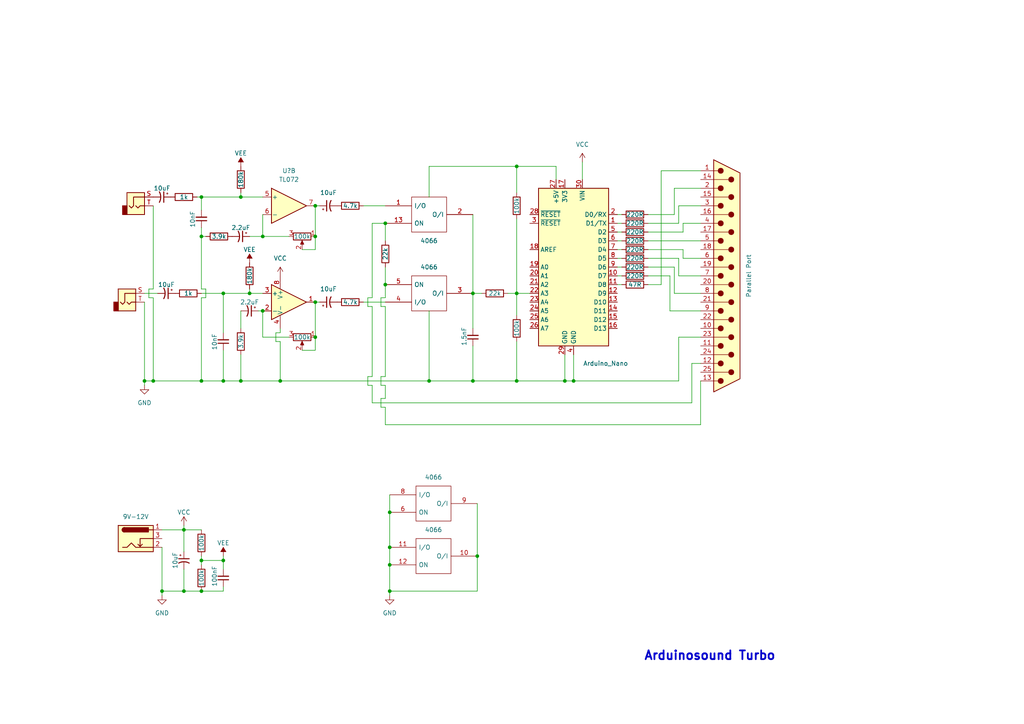
<source format=kicad_sch>
(kicad_sch (version 20211123) (generator eeschema)

  (uuid dec0a6ab-2b88-4492-bbfa-d0f8ccf61708)

  (paper "A4")

  (lib_symbols
    (symbol "4xxx_IEEE:4066" (pin_names (offset 0.762)) (in_bom yes) (on_board yes)
      (property "Reference" "U" (id 0) (at 2.54 5.08 0)
        (effects (font (size 1.27 1.27)))
      )
      (property "Value" "4066" (id 1) (at 5.08 -5.08 0)
        (effects (font (size 1.27 1.27)))
      )
      (property "Footprint" "" (id 2) (at 0 0 0)
        (effects (font (size 1.27 1.27)) hide)
      )
      (property "Datasheet" "" (id 3) (at 0 0 0)
        (effects (font (size 1.27 1.27)) hide)
      )
      (symbol "4066_0_1"
        (rectangle (start -5.08 5.08) (end 5.08 -5.08)
          (stroke (width 0) (type default) (color 0 0 0 0))
          (fill (type none))
        )
        (pin power_in line (at 0 5.08 270) (length 0) hide
          (name "Vdd" (effects (font (size 1.27 1.27))))
          (number "14" (effects (font (size 1.27 1.27))))
        )
        (pin power_in line (at 0 -5.08 90) (length 0) hide
          (name "Vss" (effects (font (size 1.27 1.27))))
          (number "7" (effects (font (size 1.27 1.27))))
        )
      )
      (symbol "4066_1_1"
        (pin passive line (at -12.7 2.54 0) (length 7.62)
          (name "I/O" (effects (font (size 1.27 1.27))))
          (number "1" (effects (font (size 1.27 1.27))))
        )
        (pin input line (at -12.7 -2.54 0) (length 7.62)
          (name "ON" (effects (font (size 1.27 1.27))))
          (number "13" (effects (font (size 1.27 1.27))))
        )
        (pin passive line (at 12.7 0 180) (length 7.62)
          (name "O/I" (effects (font (size 1.27 1.27))))
          (number "2" (effects (font (size 1.27 1.27))))
        )
      )
      (symbol "4066_2_1"
        (pin passive line (at 12.7 0 180) (length 7.62)
          (name "O/I" (effects (font (size 1.27 1.27))))
          (number "3" (effects (font (size 1.27 1.27))))
        )
        (pin passive line (at -12.7 2.54 0) (length 7.62)
          (name "I/O" (effects (font (size 1.27 1.27))))
          (number "4" (effects (font (size 1.27 1.27))))
        )
        (pin input line (at -12.7 -2.54 0) (length 7.62)
          (name "ON" (effects (font (size 1.27 1.27))))
          (number "5" (effects (font (size 1.27 1.27))))
        )
      )
      (symbol "4066_3_1"
        (pin input line (at -12.7 -2.54 0) (length 7.62)
          (name "ON" (effects (font (size 1.27 1.27))))
          (number "6" (effects (font (size 1.27 1.27))))
        )
        (pin passive line (at -12.7 2.54 0) (length 7.62)
          (name "I/O" (effects (font (size 1.27 1.27))))
          (number "8" (effects (font (size 1.27 1.27))))
        )
        (pin passive line (at 12.7 0 180) (length 7.62)
          (name "O/I" (effects (font (size 1.27 1.27))))
          (number "9" (effects (font (size 1.27 1.27))))
        )
      )
      (symbol "4066_4_1"
        (pin passive line (at 12.7 0 180) (length 7.62)
          (name "O/I" (effects (font (size 1.27 1.27))))
          (number "10" (effects (font (size 1.27 1.27))))
        )
        (pin passive line (at -12.7 2.54 0) (length 7.62)
          (name "I/O" (effects (font (size 1.27 1.27))))
          (number "11" (effects (font (size 1.27 1.27))))
        )
        (pin input line (at -12.7 -2.54 0) (length 7.62)
          (name "ON" (effects (font (size 1.27 1.27))))
          (number "12" (effects (font (size 1.27 1.27))))
        )
      )
    )
    (symbol "Amplifier_Operational:TL072" (pin_names (offset 0.127)) (in_bom yes) (on_board yes)
      (property "Reference" "U" (id 0) (at 0 5.08 0)
        (effects (font (size 1.27 1.27)) (justify left))
      )
      (property "Value" "TL072" (id 1) (at 0 -5.08 0)
        (effects (font (size 1.27 1.27)) (justify left))
      )
      (property "Footprint" "" (id 2) (at 0 0 0)
        (effects (font (size 1.27 1.27)) hide)
      )
      (property "Datasheet" "http://www.ti.com/lit/ds/symlink/tl071.pdf" (id 3) (at 0 0 0)
        (effects (font (size 1.27 1.27)) hide)
      )
      (property "ki_locked" "" (id 4) (at 0 0 0)
        (effects (font (size 1.27 1.27)))
      )
      (property "ki_keywords" "dual opamp" (id 5) (at 0 0 0)
        (effects (font (size 1.27 1.27)) hide)
      )
      (property "ki_description" "Dual Low-Noise JFET-Input Operational Amplifiers, DIP-8/SOIC-8" (id 6) (at 0 0 0)
        (effects (font (size 1.27 1.27)) hide)
      )
      (property "ki_fp_filters" "SOIC*3.9x4.9mm*P1.27mm* DIP*W7.62mm* TO*99* OnSemi*Micro8* TSSOP*3x3mm*P0.65mm* TSSOP*4.4x3mm*P0.65mm* MSOP*3x3mm*P0.65mm* SSOP*3.9x4.9mm*P0.635mm* LFCSP*2x2mm*P0.5mm* *SIP* SOIC*5.3x6.2mm*P1.27mm*" (id 7) (at 0 0 0)
        (effects (font (size 1.27 1.27)) hide)
      )
      (symbol "TL072_1_1"
        (polyline
          (pts
            (xy -5.08 5.08)
            (xy 5.08 0)
            (xy -5.08 -5.08)
            (xy -5.08 5.08)
          )
          (stroke (width 0.254) (type default) (color 0 0 0 0))
          (fill (type background))
        )
        (pin output line (at 7.62 0 180) (length 2.54)
          (name "~" (effects (font (size 1.27 1.27))))
          (number "1" (effects (font (size 1.27 1.27))))
        )
        (pin input line (at -7.62 -2.54 0) (length 2.54)
          (name "-" (effects (font (size 1.27 1.27))))
          (number "2" (effects (font (size 1.27 1.27))))
        )
        (pin input line (at -7.62 2.54 0) (length 2.54)
          (name "+" (effects (font (size 1.27 1.27))))
          (number "3" (effects (font (size 1.27 1.27))))
        )
      )
      (symbol "TL072_2_1"
        (polyline
          (pts
            (xy -5.08 5.08)
            (xy 5.08 0)
            (xy -5.08 -5.08)
            (xy -5.08 5.08)
          )
          (stroke (width 0.254) (type default) (color 0 0 0 0))
          (fill (type background))
        )
        (pin input line (at -7.62 2.54 0) (length 2.54)
          (name "+" (effects (font (size 1.27 1.27))))
          (number "5" (effects (font (size 1.27 1.27))))
        )
        (pin input line (at -7.62 -2.54 0) (length 2.54)
          (name "-" (effects (font (size 1.27 1.27))))
          (number "6" (effects (font (size 1.27 1.27))))
        )
        (pin output line (at 7.62 0 180) (length 2.54)
          (name "~" (effects (font (size 1.27 1.27))))
          (number "7" (effects (font (size 1.27 1.27))))
        )
      )
      (symbol "TL072_3_1"
        (pin power_in line (at -2.54 -7.62 90) (length 3.81)
          (name "V-" (effects (font (size 1.27 1.27))))
          (number "4" (effects (font (size 1.27 1.27))))
        )
        (pin power_in line (at -2.54 7.62 270) (length 3.81)
          (name "V+" (effects (font (size 1.27 1.27))))
          (number "8" (effects (font (size 1.27 1.27))))
        )
      )
    )
    (symbol "Connector:AudioJack2" (in_bom yes) (on_board yes)
      (property "Reference" "J" (id 0) (at 0 8.89 0)
        (effects (font (size 1.27 1.27)))
      )
      (property "Value" "AudioJack2" (id 1) (at 0 6.35 0)
        (effects (font (size 1.27 1.27)))
      )
      (property "Footprint" "" (id 2) (at 0 0 0)
        (effects (font (size 1.27 1.27)) hide)
      )
      (property "Datasheet" "~" (id 3) (at 0 0 0)
        (effects (font (size 1.27 1.27)) hide)
      )
      (property "ki_keywords" "audio jack receptacle mono phone headphone TS connector" (id 4) (at 0 0 0)
        (effects (font (size 1.27 1.27)) hide)
      )
      (property "ki_description" "Audio Jack, 2 Poles (Mono / TS)" (id 5) (at 0 0 0)
        (effects (font (size 1.27 1.27)) hide)
      )
      (property "ki_fp_filters" "Jack*" (id 6) (at 0 0 0)
        (effects (font (size 1.27 1.27)) hide)
      )
      (symbol "AudioJack2_0_1"
        (rectangle (start -3.81 0) (end -2.54 -2.54)
          (stroke (width 0.254) (type default) (color 0 0 0 0))
          (fill (type outline))
        )
        (rectangle (start -2.54 3.81) (end 2.54 -2.54)
          (stroke (width 0.254) (type default) (color 0 0 0 0))
          (fill (type background))
        )
        (polyline
          (pts
            (xy 0 0)
            (xy 0.635 -0.635)
            (xy 1.27 0)
            (xy 2.54 0)
          )
          (stroke (width 0.254) (type default) (color 0 0 0 0))
          (fill (type none))
        )
        (polyline
          (pts
            (xy 2.54 2.54)
            (xy -0.635 2.54)
            (xy -0.635 0)
            (xy -1.27 -0.635)
            (xy -1.905 0)
          )
          (stroke (width 0.254) (type default) (color 0 0 0 0))
          (fill (type none))
        )
      )
      (symbol "AudioJack2_1_1"
        (pin passive line (at 5.08 2.54 180) (length 2.54)
          (name "~" (effects (font (size 1.27 1.27))))
          (number "S" (effects (font (size 1.27 1.27))))
        )
        (pin passive line (at 5.08 0 180) (length 2.54)
          (name "~" (effects (font (size 1.27 1.27))))
          (number "T" (effects (font (size 1.27 1.27))))
        )
      )
    )
    (symbol "Connector:Barrel_Jack_Switch" (pin_names hide) (in_bom yes) (on_board yes)
      (property "Reference" "J" (id 0) (at 0 5.334 0)
        (effects (font (size 1.27 1.27)))
      )
      (property "Value" "Barrel_Jack_Switch" (id 1) (at 0 -5.08 0)
        (effects (font (size 1.27 1.27)))
      )
      (property "Footprint" "" (id 2) (at 1.27 -1.016 0)
        (effects (font (size 1.27 1.27)) hide)
      )
      (property "Datasheet" "~" (id 3) (at 1.27 -1.016 0)
        (effects (font (size 1.27 1.27)) hide)
      )
      (property "ki_keywords" "DC power barrel jack connector" (id 4) (at 0 0 0)
        (effects (font (size 1.27 1.27)) hide)
      )
      (property "ki_description" "DC Barrel Jack with an internal switch" (id 5) (at 0 0 0)
        (effects (font (size 1.27 1.27)) hide)
      )
      (property "ki_fp_filters" "BarrelJack*" (id 6) (at 0 0 0)
        (effects (font (size 1.27 1.27)) hide)
      )
      (symbol "Barrel_Jack_Switch_0_1"
        (rectangle (start -5.08 3.81) (end 5.08 -3.81)
          (stroke (width 0.254) (type default) (color 0 0 0 0))
          (fill (type background))
        )
        (arc (start -3.302 3.175) (mid -3.937 2.54) (end -3.302 1.905)
          (stroke (width 0.254) (type default) (color 0 0 0 0))
          (fill (type none))
        )
        (arc (start -3.302 3.175) (mid -3.937 2.54) (end -3.302 1.905)
          (stroke (width 0.254) (type default) (color 0 0 0 0))
          (fill (type outline))
        )
        (polyline
          (pts
            (xy 1.27 -2.286)
            (xy 1.905 -1.651)
          )
          (stroke (width 0.254) (type default) (color 0 0 0 0))
          (fill (type none))
        )
        (polyline
          (pts
            (xy 5.08 2.54)
            (xy 3.81 2.54)
          )
          (stroke (width 0.254) (type default) (color 0 0 0 0))
          (fill (type none))
        )
        (polyline
          (pts
            (xy 5.08 0)
            (xy 1.27 0)
            (xy 1.27 -2.286)
            (xy 0.635 -1.651)
          )
          (stroke (width 0.254) (type default) (color 0 0 0 0))
          (fill (type none))
        )
        (polyline
          (pts
            (xy -3.81 -2.54)
            (xy -2.54 -2.54)
            (xy -1.27 -1.27)
            (xy 0 -2.54)
            (xy 2.54 -2.54)
            (xy 5.08 -2.54)
          )
          (stroke (width 0.254) (type default) (color 0 0 0 0))
          (fill (type none))
        )
        (rectangle (start 3.683 3.175) (end -3.302 1.905)
          (stroke (width 0.254) (type default) (color 0 0 0 0))
          (fill (type outline))
        )
      )
      (symbol "Barrel_Jack_Switch_1_1"
        (pin passive line (at 7.62 2.54 180) (length 2.54)
          (name "~" (effects (font (size 1.27 1.27))))
          (number "1" (effects (font (size 1.27 1.27))))
        )
        (pin passive line (at 7.62 -2.54 180) (length 2.54)
          (name "~" (effects (font (size 1.27 1.27))))
          (number "2" (effects (font (size 1.27 1.27))))
        )
        (pin passive line (at 7.62 0 180) (length 2.54)
          (name "~" (effects (font (size 1.27 1.27))))
          (number "3" (effects (font (size 1.27 1.27))))
        )
      )
    )
    (symbol "Connector:DB25_Male" (pin_names (offset 1.016) hide) (in_bom yes) (on_board yes)
      (property "Reference" "J" (id 0) (at 0 34.29 0)
        (effects (font (size 1.27 1.27)))
      )
      (property "Value" "DB25_Male" (id 1) (at 0 -34.925 0)
        (effects (font (size 1.27 1.27)))
      )
      (property "Footprint" "" (id 2) (at 0 0 0)
        (effects (font (size 1.27 1.27)) hide)
      )
      (property "Datasheet" " ~" (id 3) (at 0 0 0)
        (effects (font (size 1.27 1.27)) hide)
      )
      (property "ki_keywords" "male D-SUB connector" (id 4) (at 0 0 0)
        (effects (font (size 1.27 1.27)) hide)
      )
      (property "ki_description" "25-pin male D-SUB connector" (id 5) (at 0 0 0)
        (effects (font (size 1.27 1.27)) hide)
      )
      (property "ki_fp_filters" "DSUB*Male*" (id 6) (at 0 0 0)
        (effects (font (size 1.27 1.27)) hide)
      )
      (symbol "DB25_Male_0_1"
        (circle (center -1.778 -30.48) (radius 0.762)
          (stroke (width 0) (type default) (color 0 0 0 0))
          (fill (type outline))
        )
        (circle (center -1.778 -25.4) (radius 0.762)
          (stroke (width 0) (type default) (color 0 0 0 0))
          (fill (type outline))
        )
        (circle (center -1.778 -20.32) (radius 0.762)
          (stroke (width 0) (type default) (color 0 0 0 0))
          (fill (type outline))
        )
        (circle (center -1.778 -15.24) (radius 0.762)
          (stroke (width 0) (type default) (color 0 0 0 0))
          (fill (type outline))
        )
        (circle (center -1.778 -10.16) (radius 0.762)
          (stroke (width 0) (type default) (color 0 0 0 0))
          (fill (type outline))
        )
        (circle (center -1.778 -5.08) (radius 0.762)
          (stroke (width 0) (type default) (color 0 0 0 0))
          (fill (type outline))
        )
        (circle (center -1.778 0) (radius 0.762)
          (stroke (width 0) (type default) (color 0 0 0 0))
          (fill (type outline))
        )
        (circle (center -1.778 5.08) (radius 0.762)
          (stroke (width 0) (type default) (color 0 0 0 0))
          (fill (type outline))
        )
        (circle (center -1.778 10.16) (radius 0.762)
          (stroke (width 0) (type default) (color 0 0 0 0))
          (fill (type outline))
        )
        (circle (center -1.778 15.24) (radius 0.762)
          (stroke (width 0) (type default) (color 0 0 0 0))
          (fill (type outline))
        )
        (circle (center -1.778 20.32) (radius 0.762)
          (stroke (width 0) (type default) (color 0 0 0 0))
          (fill (type outline))
        )
        (circle (center -1.778 25.4) (radius 0.762)
          (stroke (width 0) (type default) (color 0 0 0 0))
          (fill (type outline))
        )
        (circle (center -1.778 30.48) (radius 0.762)
          (stroke (width 0) (type default) (color 0 0 0 0))
          (fill (type outline))
        )
        (polyline
          (pts
            (xy -3.81 -30.48)
            (xy -2.54 -30.48)
          )
          (stroke (width 0) (type default) (color 0 0 0 0))
          (fill (type none))
        )
        (polyline
          (pts
            (xy -3.81 -27.94)
            (xy 0.508 -27.94)
          )
          (stroke (width 0) (type default) (color 0 0 0 0))
          (fill (type none))
        )
        (polyline
          (pts
            (xy -3.81 -25.4)
            (xy -2.54 -25.4)
          )
          (stroke (width 0) (type default) (color 0 0 0 0))
          (fill (type none))
        )
        (polyline
          (pts
            (xy -3.81 -22.86)
            (xy 0.508 -22.86)
          )
          (stroke (width 0) (type default) (color 0 0 0 0))
          (fill (type none))
        )
        (polyline
          (pts
            (xy -3.81 -20.32)
            (xy -2.54 -20.32)
          )
          (stroke (width 0) (type default) (color 0 0 0 0))
          (fill (type none))
        )
        (polyline
          (pts
            (xy -3.81 -17.78)
            (xy 0.508 -17.78)
          )
          (stroke (width 0) (type default) (color 0 0 0 0))
          (fill (type none))
        )
        (polyline
          (pts
            (xy -3.81 -15.24)
            (xy -2.54 -15.24)
          )
          (stroke (width 0) (type default) (color 0 0 0 0))
          (fill (type none))
        )
        (polyline
          (pts
            (xy -3.81 -12.7)
            (xy 0.508 -12.7)
          )
          (stroke (width 0) (type default) (color 0 0 0 0))
          (fill (type none))
        )
        (polyline
          (pts
            (xy -3.81 -10.16)
            (xy -2.54 -10.16)
          )
          (stroke (width 0) (type default) (color 0 0 0 0))
          (fill (type none))
        )
        (polyline
          (pts
            (xy -3.81 -7.62)
            (xy 0.508 -7.62)
          )
          (stroke (width 0) (type default) (color 0 0 0 0))
          (fill (type none))
        )
        (polyline
          (pts
            (xy -3.81 -5.08)
            (xy -2.54 -5.08)
          )
          (stroke (width 0) (type default) (color 0 0 0 0))
          (fill (type none))
        )
        (polyline
          (pts
            (xy -3.81 -2.54)
            (xy 0.508 -2.54)
          )
          (stroke (width 0) (type default) (color 0 0 0 0))
          (fill (type none))
        )
        (polyline
          (pts
            (xy -3.81 0)
            (xy -2.54 0)
          )
          (stroke (width 0) (type default) (color 0 0 0 0))
          (fill (type none))
        )
        (polyline
          (pts
            (xy -3.81 2.54)
            (xy 0.508 2.54)
          )
          (stroke (width 0) (type default) (color 0 0 0 0))
          (fill (type none))
        )
        (polyline
          (pts
            (xy -3.81 5.08)
            (xy -2.54 5.08)
          )
          (stroke (width 0) (type default) (color 0 0 0 0))
          (fill (type none))
        )
        (polyline
          (pts
            (xy -3.81 7.62)
            (xy 0.508 7.62)
          )
          (stroke (width 0) (type default) (color 0 0 0 0))
          (fill (type none))
        )
        (polyline
          (pts
            (xy -3.81 10.16)
            (xy -2.54 10.16)
          )
          (stroke (width 0) (type default) (color 0 0 0 0))
          (fill (type none))
        )
        (polyline
          (pts
            (xy -3.81 12.7)
            (xy 0.508 12.7)
          )
          (stroke (width 0) (type default) (color 0 0 0 0))
          (fill (type none))
        )
        (polyline
          (pts
            (xy -3.81 15.24)
            (xy -2.54 15.24)
          )
          (stroke (width 0) (type default) (color 0 0 0 0))
          (fill (type none))
        )
        (polyline
          (pts
            (xy -3.81 17.78)
            (xy 0.508 17.78)
          )
          (stroke (width 0) (type default) (color 0 0 0 0))
          (fill (type none))
        )
        (polyline
          (pts
            (xy -3.81 20.32)
            (xy -2.54 20.32)
          )
          (stroke (width 0) (type default) (color 0 0 0 0))
          (fill (type none))
        )
        (polyline
          (pts
            (xy -3.81 22.86)
            (xy 0.508 22.86)
          )
          (stroke (width 0) (type default) (color 0 0 0 0))
          (fill (type none))
        )
        (polyline
          (pts
            (xy -3.81 25.4)
            (xy -2.54 25.4)
          )
          (stroke (width 0) (type default) (color 0 0 0 0))
          (fill (type none))
        )
        (polyline
          (pts
            (xy -3.81 27.94)
            (xy 0.508 27.94)
          )
          (stroke (width 0) (type default) (color 0 0 0 0))
          (fill (type none))
        )
        (polyline
          (pts
            (xy -3.81 30.48)
            (xy -2.54 30.48)
          )
          (stroke (width 0) (type default) (color 0 0 0 0))
          (fill (type none))
        )
        (polyline
          (pts
            (xy -3.81 -33.655)
            (xy 3.81 -29.845)
            (xy 3.81 29.845)
            (xy -3.81 33.655)
            (xy -3.81 -33.655)
          )
          (stroke (width 0.254) (type default) (color 0 0 0 0))
          (fill (type background))
        )
        (circle (center 1.27 -27.94) (radius 0.762)
          (stroke (width 0) (type default) (color 0 0 0 0))
          (fill (type outline))
        )
        (circle (center 1.27 -22.86) (radius 0.762)
          (stroke (width 0) (type default) (color 0 0 0 0))
          (fill (type outline))
        )
        (circle (center 1.27 -17.78) (radius 0.762)
          (stroke (width 0) (type default) (color 0 0 0 0))
          (fill (type outline))
        )
        (circle (center 1.27 -12.7) (radius 0.762)
          (stroke (width 0) (type default) (color 0 0 0 0))
          (fill (type outline))
        )
        (circle (center 1.27 -7.62) (radius 0.762)
          (stroke (width 0) (type default) (color 0 0 0 0))
          (fill (type outline))
        )
        (circle (center 1.27 -2.54) (radius 0.762)
          (stroke (width 0) (type default) (color 0 0 0 0))
          (fill (type outline))
        )
        (circle (center 1.27 2.54) (radius 0.762)
          (stroke (width 0) (type default) (color 0 0 0 0))
          (fill (type outline))
        )
        (circle (center 1.27 7.62) (radius 0.762)
          (stroke (width 0) (type default) (color 0 0 0 0))
          (fill (type outline))
        )
        (circle (center 1.27 12.7) (radius 0.762)
          (stroke (width 0) (type default) (color 0 0 0 0))
          (fill (type outline))
        )
        (circle (center 1.27 17.78) (radius 0.762)
          (stroke (width 0) (type default) (color 0 0 0 0))
          (fill (type outline))
        )
        (circle (center 1.27 22.86) (radius 0.762)
          (stroke (width 0) (type default) (color 0 0 0 0))
          (fill (type outline))
        )
        (circle (center 1.27 27.94) (radius 0.762)
          (stroke (width 0) (type default) (color 0 0 0 0))
          (fill (type outline))
        )
      )
      (symbol "DB25_Male_1_1"
        (pin passive line (at -7.62 -30.48 0) (length 3.81)
          (name "1" (effects (font (size 1.27 1.27))))
          (number "1" (effects (font (size 1.27 1.27))))
        )
        (pin passive line (at -7.62 15.24 0) (length 3.81)
          (name "10" (effects (font (size 1.27 1.27))))
          (number "10" (effects (font (size 1.27 1.27))))
        )
        (pin passive line (at -7.62 20.32 0) (length 3.81)
          (name "11" (effects (font (size 1.27 1.27))))
          (number "11" (effects (font (size 1.27 1.27))))
        )
        (pin passive line (at -7.62 25.4 0) (length 3.81)
          (name "12" (effects (font (size 1.27 1.27))))
          (number "12" (effects (font (size 1.27 1.27))))
        )
        (pin passive line (at -7.62 30.48 0) (length 3.81)
          (name "13" (effects (font (size 1.27 1.27))))
          (number "13" (effects (font (size 1.27 1.27))))
        )
        (pin passive line (at -7.62 -27.94 0) (length 3.81)
          (name "P14" (effects (font (size 1.27 1.27))))
          (number "14" (effects (font (size 1.27 1.27))))
        )
        (pin passive line (at -7.62 -22.86 0) (length 3.81)
          (name "P15" (effects (font (size 1.27 1.27))))
          (number "15" (effects (font (size 1.27 1.27))))
        )
        (pin passive line (at -7.62 -17.78 0) (length 3.81)
          (name "P16" (effects (font (size 1.27 1.27))))
          (number "16" (effects (font (size 1.27 1.27))))
        )
        (pin passive line (at -7.62 -12.7 0) (length 3.81)
          (name "P17" (effects (font (size 1.27 1.27))))
          (number "17" (effects (font (size 1.27 1.27))))
        )
        (pin passive line (at -7.62 -7.62 0) (length 3.81)
          (name "P18" (effects (font (size 1.27 1.27))))
          (number "18" (effects (font (size 1.27 1.27))))
        )
        (pin passive line (at -7.62 -2.54 0) (length 3.81)
          (name "P19" (effects (font (size 1.27 1.27))))
          (number "19" (effects (font (size 1.27 1.27))))
        )
        (pin passive line (at -7.62 -25.4 0) (length 3.81)
          (name "2" (effects (font (size 1.27 1.27))))
          (number "2" (effects (font (size 1.27 1.27))))
        )
        (pin passive line (at -7.62 2.54 0) (length 3.81)
          (name "P20" (effects (font (size 1.27 1.27))))
          (number "20" (effects (font (size 1.27 1.27))))
        )
        (pin passive line (at -7.62 7.62 0) (length 3.81)
          (name "P21" (effects (font (size 1.27 1.27))))
          (number "21" (effects (font (size 1.27 1.27))))
        )
        (pin passive line (at -7.62 12.7 0) (length 3.81)
          (name "P22" (effects (font (size 1.27 1.27))))
          (number "22" (effects (font (size 1.27 1.27))))
        )
        (pin passive line (at -7.62 17.78 0) (length 3.81)
          (name "P23" (effects (font (size 1.27 1.27))))
          (number "23" (effects (font (size 1.27 1.27))))
        )
        (pin passive line (at -7.62 22.86 0) (length 3.81)
          (name "P24" (effects (font (size 1.27 1.27))))
          (number "24" (effects (font (size 1.27 1.27))))
        )
        (pin passive line (at -7.62 27.94 0) (length 3.81)
          (name "P25" (effects (font (size 1.27 1.27))))
          (number "25" (effects (font (size 1.27 1.27))))
        )
        (pin passive line (at -7.62 -20.32 0) (length 3.81)
          (name "3" (effects (font (size 1.27 1.27))))
          (number "3" (effects (font (size 1.27 1.27))))
        )
        (pin passive line (at -7.62 -15.24 0) (length 3.81)
          (name "4" (effects (font (size 1.27 1.27))))
          (number "4" (effects (font (size 1.27 1.27))))
        )
        (pin passive line (at -7.62 -10.16 0) (length 3.81)
          (name "5" (effects (font (size 1.27 1.27))))
          (number "5" (effects (font (size 1.27 1.27))))
        )
        (pin passive line (at -7.62 -5.08 0) (length 3.81)
          (name "6" (effects (font (size 1.27 1.27))))
          (number "6" (effects (font (size 1.27 1.27))))
        )
        (pin passive line (at -7.62 0 0) (length 3.81)
          (name "7" (effects (font (size 1.27 1.27))))
          (number "7" (effects (font (size 1.27 1.27))))
        )
        (pin passive line (at -7.62 5.08 0) (length 3.81)
          (name "8" (effects (font (size 1.27 1.27))))
          (number "8" (effects (font (size 1.27 1.27))))
        )
        (pin passive line (at -7.62 10.16 0) (length 3.81)
          (name "9" (effects (font (size 1.27 1.27))))
          (number "9" (effects (font (size 1.27 1.27))))
        )
      )
    )
    (symbol "Device:C_Polarized_Small_US" (pin_numbers hide) (pin_names (offset 0.254) hide) (in_bom yes) (on_board yes)
      (property "Reference" "C" (id 0) (at 0.254 1.778 0)
        (effects (font (size 1.27 1.27)) (justify left))
      )
      (property "Value" "C_Polarized_Small_US" (id 1) (at 0.254 -2.032 0)
        (effects (font (size 1.27 1.27)) (justify left))
      )
      (property "Footprint" "" (id 2) (at 0 0 0)
        (effects (font (size 1.27 1.27)) hide)
      )
      (property "Datasheet" "~" (id 3) (at 0 0 0)
        (effects (font (size 1.27 1.27)) hide)
      )
      (property "ki_keywords" "cap capacitor" (id 4) (at 0 0 0)
        (effects (font (size 1.27 1.27)) hide)
      )
      (property "ki_description" "Polarized capacitor, small US symbol" (id 5) (at 0 0 0)
        (effects (font (size 1.27 1.27)) hide)
      )
      (property "ki_fp_filters" "CP_*" (id 6) (at 0 0 0)
        (effects (font (size 1.27 1.27)) hide)
      )
      (symbol "C_Polarized_Small_US_0_1"
        (polyline
          (pts
            (xy -1.524 0.508)
            (xy 1.524 0.508)
          )
          (stroke (width 0.3048) (type default) (color 0 0 0 0))
          (fill (type none))
        )
        (polyline
          (pts
            (xy -1.27 1.524)
            (xy -0.762 1.524)
          )
          (stroke (width 0) (type default) (color 0 0 0 0))
          (fill (type none))
        )
        (polyline
          (pts
            (xy -1.016 1.27)
            (xy -1.016 1.778)
          )
          (stroke (width 0) (type default) (color 0 0 0 0))
          (fill (type none))
        )
        (arc (start 1.524 -0.762) (mid 0 -0.3734) (end -1.524 -0.762)
          (stroke (width 0.3048) (type default) (color 0 0 0 0))
          (fill (type none))
        )
      )
      (symbol "C_Polarized_Small_US_1_1"
        (pin passive line (at 0 2.54 270) (length 2.032)
          (name "~" (effects (font (size 1.27 1.27))))
          (number "1" (effects (font (size 1.27 1.27))))
        )
        (pin passive line (at 0 -2.54 90) (length 2.032)
          (name "~" (effects (font (size 1.27 1.27))))
          (number "2" (effects (font (size 1.27 1.27))))
        )
      )
    )
    (symbol "Device:C_Small" (pin_numbers hide) (pin_names (offset 0.254) hide) (in_bom yes) (on_board yes)
      (property "Reference" "C" (id 0) (at 0.254 1.778 0)
        (effects (font (size 1.27 1.27)) (justify left))
      )
      (property "Value" "C_Small" (id 1) (at 0.254 -2.032 0)
        (effects (font (size 1.27 1.27)) (justify left))
      )
      (property "Footprint" "" (id 2) (at 0 0 0)
        (effects (font (size 1.27 1.27)) hide)
      )
      (property "Datasheet" "~" (id 3) (at 0 0 0)
        (effects (font (size 1.27 1.27)) hide)
      )
      (property "ki_keywords" "capacitor cap" (id 4) (at 0 0 0)
        (effects (font (size 1.27 1.27)) hide)
      )
      (property "ki_description" "Unpolarized capacitor, small symbol" (id 5) (at 0 0 0)
        (effects (font (size 1.27 1.27)) hide)
      )
      (property "ki_fp_filters" "C_*" (id 6) (at 0 0 0)
        (effects (font (size 1.27 1.27)) hide)
      )
      (symbol "C_Small_0_1"
        (polyline
          (pts
            (xy -1.524 -0.508)
            (xy 1.524 -0.508)
          )
          (stroke (width 0.3302) (type default) (color 0 0 0 0))
          (fill (type none))
        )
        (polyline
          (pts
            (xy -1.524 0.508)
            (xy 1.524 0.508)
          )
          (stroke (width 0.3048) (type default) (color 0 0 0 0))
          (fill (type none))
        )
      )
      (symbol "C_Small_1_1"
        (pin passive line (at 0 2.54 270) (length 2.032)
          (name "~" (effects (font (size 1.27 1.27))))
          (number "1" (effects (font (size 1.27 1.27))))
        )
        (pin passive line (at 0 -2.54 90) (length 2.032)
          (name "~" (effects (font (size 1.27 1.27))))
          (number "2" (effects (font (size 1.27 1.27))))
        )
      )
    )
    (symbol "Device:R" (pin_numbers hide) (pin_names (offset 0)) (in_bom yes) (on_board yes)
      (property "Reference" "R" (id 0) (at 2.032 0 90)
        (effects (font (size 1.27 1.27)))
      )
      (property "Value" "R" (id 1) (at 0 0 90)
        (effects (font (size 1.27 1.27)))
      )
      (property "Footprint" "" (id 2) (at -1.778 0 90)
        (effects (font (size 1.27 1.27)) hide)
      )
      (property "Datasheet" "~" (id 3) (at 0 0 0)
        (effects (font (size 1.27 1.27)) hide)
      )
      (property "ki_keywords" "R res resistor" (id 4) (at 0 0 0)
        (effects (font (size 1.27 1.27)) hide)
      )
      (property "ki_description" "Resistor" (id 5) (at 0 0 0)
        (effects (font (size 1.27 1.27)) hide)
      )
      (property "ki_fp_filters" "R_*" (id 6) (at 0 0 0)
        (effects (font (size 1.27 1.27)) hide)
      )
      (symbol "R_0_1"
        (rectangle (start -1.016 -2.54) (end 1.016 2.54)
          (stroke (width 0.254) (type default) (color 0 0 0 0))
          (fill (type none))
        )
      )
      (symbol "R_1_1"
        (pin passive line (at 0 3.81 270) (length 1.27)
          (name "~" (effects (font (size 1.27 1.27))))
          (number "1" (effects (font (size 1.27 1.27))))
        )
        (pin passive line (at 0 -3.81 90) (length 1.27)
          (name "~" (effects (font (size 1.27 1.27))))
          (number "2" (effects (font (size 1.27 1.27))))
        )
      )
    )
    (symbol "Device:R_Potentiometer" (pin_names (offset 1.016) hide) (in_bom yes) (on_board yes)
      (property "Reference" "RV" (id 0) (at -4.445 0 90)
        (effects (font (size 1.27 1.27)))
      )
      (property "Value" "R_Potentiometer" (id 1) (at -2.54 0 90)
        (effects (font (size 1.27 1.27)))
      )
      (property "Footprint" "" (id 2) (at 0 0 0)
        (effects (font (size 1.27 1.27)) hide)
      )
      (property "Datasheet" "~" (id 3) (at 0 0 0)
        (effects (font (size 1.27 1.27)) hide)
      )
      (property "ki_keywords" "resistor variable" (id 4) (at 0 0 0)
        (effects (font (size 1.27 1.27)) hide)
      )
      (property "ki_description" "Potentiometer" (id 5) (at 0 0 0)
        (effects (font (size 1.27 1.27)) hide)
      )
      (property "ki_fp_filters" "Potentiometer*" (id 6) (at 0 0 0)
        (effects (font (size 1.27 1.27)) hide)
      )
      (symbol "R_Potentiometer_0_1"
        (polyline
          (pts
            (xy 2.54 0)
            (xy 1.524 0)
          )
          (stroke (width 0) (type default) (color 0 0 0 0))
          (fill (type none))
        )
        (polyline
          (pts
            (xy 1.143 0)
            (xy 2.286 0.508)
            (xy 2.286 -0.508)
            (xy 1.143 0)
          )
          (stroke (width 0) (type default) (color 0 0 0 0))
          (fill (type outline))
        )
        (rectangle (start 1.016 2.54) (end -1.016 -2.54)
          (stroke (width 0.254) (type default) (color 0 0 0 0))
          (fill (type none))
        )
      )
      (symbol "R_Potentiometer_1_1"
        (pin passive line (at 0 3.81 270) (length 1.27)
          (name "1" (effects (font (size 1.27 1.27))))
          (number "1" (effects (font (size 1.27 1.27))))
        )
        (pin passive line (at 3.81 0 180) (length 1.27)
          (name "2" (effects (font (size 1.27 1.27))))
          (number "2" (effects (font (size 1.27 1.27))))
        )
        (pin passive line (at 0 -3.81 90) (length 1.27)
          (name "3" (effects (font (size 1.27 1.27))))
          (number "3" (effects (font (size 1.27 1.27))))
        )
      )
    )
    (symbol "MCU_Module:Arduino_Nano_v3.x" (in_bom yes) (on_board yes)
      (property "Reference" "A" (id 0) (at -10.16 23.495 0)
        (effects (font (size 1.27 1.27)) (justify left bottom))
      )
      (property "Value" "Arduino_Nano_v3.x" (id 1) (at 5.08 -24.13 0)
        (effects (font (size 1.27 1.27)) (justify left top))
      )
      (property "Footprint" "Module:Arduino_Nano" (id 2) (at 0 0 0)
        (effects (font (size 1.27 1.27) italic) hide)
      )
      (property "Datasheet" "http://www.mouser.com/pdfdocs/Gravitech_Arduino_Nano3_0.pdf" (id 3) (at 0 0 0)
        (effects (font (size 1.27 1.27)) hide)
      )
      (property "ki_keywords" "Arduino nano microcontroller module USB" (id 4) (at 0 0 0)
        (effects (font (size 1.27 1.27)) hide)
      )
      (property "ki_description" "Arduino Nano v3.x" (id 5) (at 0 0 0)
        (effects (font (size 1.27 1.27)) hide)
      )
      (property "ki_fp_filters" "Arduino*Nano*" (id 6) (at 0 0 0)
        (effects (font (size 1.27 1.27)) hide)
      )
      (symbol "Arduino_Nano_v3.x_0_1"
        (rectangle (start -10.16 22.86) (end 10.16 -22.86)
          (stroke (width 0.254) (type default) (color 0 0 0 0))
          (fill (type background))
        )
      )
      (symbol "Arduino_Nano_v3.x_1_1"
        (pin bidirectional line (at -12.7 12.7 0) (length 2.54)
          (name "D1/TX" (effects (font (size 1.27 1.27))))
          (number "1" (effects (font (size 1.27 1.27))))
        )
        (pin bidirectional line (at -12.7 -2.54 0) (length 2.54)
          (name "D7" (effects (font (size 1.27 1.27))))
          (number "10" (effects (font (size 1.27 1.27))))
        )
        (pin bidirectional line (at -12.7 -5.08 0) (length 2.54)
          (name "D8" (effects (font (size 1.27 1.27))))
          (number "11" (effects (font (size 1.27 1.27))))
        )
        (pin bidirectional line (at -12.7 -7.62 0) (length 2.54)
          (name "D9" (effects (font (size 1.27 1.27))))
          (number "12" (effects (font (size 1.27 1.27))))
        )
        (pin bidirectional line (at -12.7 -10.16 0) (length 2.54)
          (name "D10" (effects (font (size 1.27 1.27))))
          (number "13" (effects (font (size 1.27 1.27))))
        )
        (pin bidirectional line (at -12.7 -12.7 0) (length 2.54)
          (name "D11" (effects (font (size 1.27 1.27))))
          (number "14" (effects (font (size 1.27 1.27))))
        )
        (pin bidirectional line (at -12.7 -15.24 0) (length 2.54)
          (name "D12" (effects (font (size 1.27 1.27))))
          (number "15" (effects (font (size 1.27 1.27))))
        )
        (pin bidirectional line (at -12.7 -17.78 0) (length 2.54)
          (name "D13" (effects (font (size 1.27 1.27))))
          (number "16" (effects (font (size 1.27 1.27))))
        )
        (pin power_out line (at 2.54 25.4 270) (length 2.54)
          (name "3V3" (effects (font (size 1.27 1.27))))
          (number "17" (effects (font (size 1.27 1.27))))
        )
        (pin input line (at 12.7 5.08 180) (length 2.54)
          (name "AREF" (effects (font (size 1.27 1.27))))
          (number "18" (effects (font (size 1.27 1.27))))
        )
        (pin bidirectional line (at 12.7 0 180) (length 2.54)
          (name "A0" (effects (font (size 1.27 1.27))))
          (number "19" (effects (font (size 1.27 1.27))))
        )
        (pin bidirectional line (at -12.7 15.24 0) (length 2.54)
          (name "D0/RX" (effects (font (size 1.27 1.27))))
          (number "2" (effects (font (size 1.27 1.27))))
        )
        (pin bidirectional line (at 12.7 -2.54 180) (length 2.54)
          (name "A1" (effects (font (size 1.27 1.27))))
          (number "20" (effects (font (size 1.27 1.27))))
        )
        (pin bidirectional line (at 12.7 -5.08 180) (length 2.54)
          (name "A2" (effects (font (size 1.27 1.27))))
          (number "21" (effects (font (size 1.27 1.27))))
        )
        (pin bidirectional line (at 12.7 -7.62 180) (length 2.54)
          (name "A3" (effects (font (size 1.27 1.27))))
          (number "22" (effects (font (size 1.27 1.27))))
        )
        (pin bidirectional line (at 12.7 -10.16 180) (length 2.54)
          (name "A4" (effects (font (size 1.27 1.27))))
          (number "23" (effects (font (size 1.27 1.27))))
        )
        (pin bidirectional line (at 12.7 -12.7 180) (length 2.54)
          (name "A5" (effects (font (size 1.27 1.27))))
          (number "24" (effects (font (size 1.27 1.27))))
        )
        (pin bidirectional line (at 12.7 -15.24 180) (length 2.54)
          (name "A6" (effects (font (size 1.27 1.27))))
          (number "25" (effects (font (size 1.27 1.27))))
        )
        (pin bidirectional line (at 12.7 -17.78 180) (length 2.54)
          (name "A7" (effects (font (size 1.27 1.27))))
          (number "26" (effects (font (size 1.27 1.27))))
        )
        (pin power_out line (at 5.08 25.4 270) (length 2.54)
          (name "+5V" (effects (font (size 1.27 1.27))))
          (number "27" (effects (font (size 1.27 1.27))))
        )
        (pin input line (at 12.7 15.24 180) (length 2.54)
          (name "~{RESET}" (effects (font (size 1.27 1.27))))
          (number "28" (effects (font (size 1.27 1.27))))
        )
        (pin power_in line (at 2.54 -25.4 90) (length 2.54)
          (name "GND" (effects (font (size 1.27 1.27))))
          (number "29" (effects (font (size 1.27 1.27))))
        )
        (pin input line (at 12.7 12.7 180) (length 2.54)
          (name "~{RESET}" (effects (font (size 1.27 1.27))))
          (number "3" (effects (font (size 1.27 1.27))))
        )
        (pin power_in line (at -2.54 25.4 270) (length 2.54)
          (name "VIN" (effects (font (size 1.27 1.27))))
          (number "30" (effects (font (size 1.27 1.27))))
        )
        (pin power_in line (at 0 -25.4 90) (length 2.54)
          (name "GND" (effects (font (size 1.27 1.27))))
          (number "4" (effects (font (size 1.27 1.27))))
        )
        (pin bidirectional line (at -12.7 10.16 0) (length 2.54)
          (name "D2" (effects (font (size 1.27 1.27))))
          (number "5" (effects (font (size 1.27 1.27))))
        )
        (pin bidirectional line (at -12.7 7.62 0) (length 2.54)
          (name "D3" (effects (font (size 1.27 1.27))))
          (number "6" (effects (font (size 1.27 1.27))))
        )
        (pin bidirectional line (at -12.7 5.08 0) (length 2.54)
          (name "D4" (effects (font (size 1.27 1.27))))
          (number "7" (effects (font (size 1.27 1.27))))
        )
        (pin bidirectional line (at -12.7 2.54 0) (length 2.54)
          (name "D5" (effects (font (size 1.27 1.27))))
          (number "8" (effects (font (size 1.27 1.27))))
        )
        (pin bidirectional line (at -12.7 0 0) (length 2.54)
          (name "D6" (effects (font (size 1.27 1.27))))
          (number "9" (effects (font (size 1.27 1.27))))
        )
      )
    )
    (symbol "power:GND" (power) (pin_names (offset 0)) (in_bom yes) (on_board yes)
      (property "Reference" "#PWR" (id 0) (at 0 -6.35 0)
        (effects (font (size 1.27 1.27)) hide)
      )
      (property "Value" "GND" (id 1) (at 0 -3.81 0)
        (effects (font (size 1.27 1.27)))
      )
      (property "Footprint" "" (id 2) (at 0 0 0)
        (effects (font (size 1.27 1.27)) hide)
      )
      (property "Datasheet" "" (id 3) (at 0 0 0)
        (effects (font (size 1.27 1.27)) hide)
      )
      (property "ki_keywords" "power-flag" (id 4) (at 0 0 0)
        (effects (font (size 1.27 1.27)) hide)
      )
      (property "ki_description" "Power symbol creates a global label with name \"GND\" , ground" (id 5) (at 0 0 0)
        (effects (font (size 1.27 1.27)) hide)
      )
      (symbol "GND_0_1"
        (polyline
          (pts
            (xy 0 0)
            (xy 0 -1.27)
            (xy 1.27 -1.27)
            (xy 0 -2.54)
            (xy -1.27 -1.27)
            (xy 0 -1.27)
          )
          (stroke (width 0) (type default) (color 0 0 0 0))
          (fill (type none))
        )
      )
      (symbol "GND_1_1"
        (pin power_in line (at 0 0 270) (length 0) hide
          (name "GND" (effects (font (size 1.27 1.27))))
          (number "1" (effects (font (size 1.27 1.27))))
        )
      )
    )
    (symbol "power:VCC" (power) (pin_names (offset 0)) (in_bom yes) (on_board yes)
      (property "Reference" "#PWR" (id 0) (at 0 -3.81 0)
        (effects (font (size 1.27 1.27)) hide)
      )
      (property "Value" "VCC" (id 1) (at 0 3.81 0)
        (effects (font (size 1.27 1.27)))
      )
      (property "Footprint" "" (id 2) (at 0 0 0)
        (effects (font (size 1.27 1.27)) hide)
      )
      (property "Datasheet" "" (id 3) (at 0 0 0)
        (effects (font (size 1.27 1.27)) hide)
      )
      (property "ki_keywords" "power-flag" (id 4) (at 0 0 0)
        (effects (font (size 1.27 1.27)) hide)
      )
      (property "ki_description" "Power symbol creates a global label with name \"VCC\"" (id 5) (at 0 0 0)
        (effects (font (size 1.27 1.27)) hide)
      )
      (symbol "VCC_0_1"
        (polyline
          (pts
            (xy -0.762 1.27)
            (xy 0 2.54)
          )
          (stroke (width 0) (type default) (color 0 0 0 0))
          (fill (type none))
        )
        (polyline
          (pts
            (xy 0 0)
            (xy 0 2.54)
          )
          (stroke (width 0) (type default) (color 0 0 0 0))
          (fill (type none))
        )
        (polyline
          (pts
            (xy 0 2.54)
            (xy 0.762 1.27)
          )
          (stroke (width 0) (type default) (color 0 0 0 0))
          (fill (type none))
        )
      )
      (symbol "VCC_1_1"
        (pin power_in line (at 0 0 90) (length 0) hide
          (name "VCC" (effects (font (size 1.27 1.27))))
          (number "1" (effects (font (size 1.27 1.27))))
        )
      )
    )
    (symbol "power:VEE" (power) (pin_names (offset 0)) (in_bom yes) (on_board yes)
      (property "Reference" "#PWR" (id 0) (at 0 -3.81 0)
        (effects (font (size 1.27 1.27)) hide)
      )
      (property "Value" "VEE" (id 1) (at 0 3.81 0)
        (effects (font (size 1.27 1.27)))
      )
      (property "Footprint" "" (id 2) (at 0 0 0)
        (effects (font (size 1.27 1.27)) hide)
      )
      (property "Datasheet" "" (id 3) (at 0 0 0)
        (effects (font (size 1.27 1.27)) hide)
      )
      (property "ki_keywords" "power-flag" (id 4) (at 0 0 0)
        (effects (font (size 1.27 1.27)) hide)
      )
      (property "ki_description" "Power symbol creates a global label with name \"VEE\"" (id 5) (at 0 0 0)
        (effects (font (size 1.27 1.27)) hide)
      )
      (symbol "VEE_0_1"
        (polyline
          (pts
            (xy 0 0)
            (xy 0 2.54)
          )
          (stroke (width 0) (type default) (color 0 0 0 0))
          (fill (type none))
        )
        (polyline
          (pts
            (xy 0.762 1.27)
            (xy -0.762 1.27)
            (xy 0 2.54)
            (xy 0.762 1.27)
          )
          (stroke (width 0) (type default) (color 0 0 0 0))
          (fill (type outline))
        )
      )
      (symbol "VEE_1_1"
        (pin power_in line (at 0 0 90) (length 0) hide
          (name "VEE" (effects (font (size 1.27 1.27))))
          (number "1" (effects (font (size 1.27 1.27))))
        )
      )
    )
  )

  (junction (at 58.42 110.49) (diameter 0) (color 0 0 0 0)
    (uuid 0488bc08-bc96-487e-925f-3972c10f13e7)
  )
  (junction (at 91.44 68.58) (diameter 0) (color 0 0 0 0)
    (uuid 0532de8a-6f4e-47d0-8f4b-f3979af66c44)
  )
  (junction (at 58.42 57.15) (diameter 0) (color 0 0 0 0)
    (uuid 0bc07efe-8681-4d0e-864e-6165e39307af)
  )
  (junction (at 69.85 110.49) (diameter 0) (color 0 0 0 0)
    (uuid 0ecc45c0-99a2-4693-81f2-23d7ea8195dd)
  )
  (junction (at 72.39 85.09) (diameter 0) (color 0 0 0 0)
    (uuid 15d92a00-d172-43b8-81c5-a720b6b2365f)
  )
  (junction (at 163.83 110.49) (diameter 0) (color 0 0 0 0)
    (uuid 1c409b71-ba24-4f59-ac8e-eb3f1d14f17c)
  )
  (junction (at 137.16 85.09) (diameter 0) (color 0 0 0 0)
    (uuid 21584b19-5bd4-491a-852a-5b5610cc7903)
  )
  (junction (at 64.77 110.49) (diameter 0) (color 0 0 0 0)
    (uuid 38c667fe-292c-449b-a0fc-908770ce8efe)
  )
  (junction (at 58.42 68.58) (diameter 0) (color 0 0 0 0)
    (uuid 3b5463be-cbb4-4e59-b9d0-5ac8c6c23a45)
  )
  (junction (at 69.85 57.15) (diameter 0) (color 0 0 0 0)
    (uuid 3ddd6b64-5154-4067-81f0-0ddd18320c37)
  )
  (junction (at 81.28 110.49) (diameter 0) (color 0 0 0 0)
    (uuid 483bc610-f127-45b2-bf7e-cf4ee0f51707)
  )
  (junction (at 91.44 59.69) (diameter 0) (color 0 0 0 0)
    (uuid 4b9c33c2-66cc-4d57-b05a-d9a2acfc68ce)
  )
  (junction (at 137.16 110.49) (diameter 0) (color 0 0 0 0)
    (uuid 51be64d6-2935-48dc-841a-09f2d5a1ab6c)
  )
  (junction (at 41.91 110.49) (diameter 0) (color 0 0 0 0)
    (uuid 535e6c79-92d2-48ae-b967-327a774532ed)
  )
  (junction (at 149.86 85.09) (diameter 0) (color 0 0 0 0)
    (uuid 547963c5-ca39-4ae9-8450-2ddd649681aa)
  )
  (junction (at 149.86 110.49) (diameter 0) (color 0 0 0 0)
    (uuid 5c2ffef1-20ec-4c32-a566-7a2f6905981c)
  )
  (junction (at 46.99 171.45) (diameter 0) (color 0 0 0 0)
    (uuid 5dd5af5b-599f-494b-bca2-702190f556b4)
  )
  (junction (at 91.44 87.63) (diameter 0) (color 0 0 0 0)
    (uuid 656cd113-69ab-4cd5-800b-ff70a418b4c3)
  )
  (junction (at 149.86 48.26) (diameter 0) (color 0 0 0 0)
    (uuid 719eaf8d-d371-40b0-9a56-ca41eda8af8a)
  )
  (junction (at 166.37 110.49) (diameter 0) (color 0 0 0 0)
    (uuid 7a932f01-2bfb-405d-ac8e-9875f5c60c92)
  )
  (junction (at 113.03 163.83) (diameter 0) (color 0 0 0 0)
    (uuid 7f9e199f-0345-4565-b309-404b11c6230e)
  )
  (junction (at 44.45 110.49) (diameter 0) (color 0 0 0 0)
    (uuid 8a48f5e2-264f-4feb-bdde-6ea280c5ae3b)
  )
  (junction (at 76.2 90.17) (diameter 0) (color 0 0 0 0)
    (uuid 91c35166-cd40-4ad8-9454-1230a748ddab)
  )
  (junction (at 53.34 153.67) (diameter 0) (color 0 0 0 0)
    (uuid 95472d9e-0a55-4b92-9b1c-10c6951a6988)
  )
  (junction (at 111.76 82.55) (diameter 0) (color 0 0 0 0)
    (uuid 96f27dbf-15b9-46b8-959f-77af70ef47e3)
  )
  (junction (at 58.42 162.56) (diameter 0) (color 0 0 0 0)
    (uuid a55602b5-a69c-4414-b4ef-67c79ca86bb7)
  )
  (junction (at 138.43 161.29) (diameter 0) (color 0 0 0 0)
    (uuid ab9fcf7b-40b2-488b-91d6-1994efc730fe)
  )
  (junction (at 113.03 148.59) (diameter 0) (color 0 0 0 0)
    (uuid bfd7530e-cc20-47f4-af1e-0ba7cb16369f)
  )
  (junction (at 64.77 162.56) (diameter 0) (color 0 0 0 0)
    (uuid c3b71344-3c2b-4967-b0af-75c3010e8c14)
  )
  (junction (at 124.46 110.49) (diameter 0) (color 0 0 0 0)
    (uuid c84ad160-da47-4b0f-beb8-85322f30068b)
  )
  (junction (at 53.34 171.45) (diameter 0) (color 0 0 0 0)
    (uuid d3b597d9-cab0-4c0b-a3e3-c423bc7f4d7a)
  )
  (junction (at 91.44 97.79) (diameter 0) (color 0 0 0 0)
    (uuid d78a6abe-60f0-4930-924f-bd139340cbad)
  )
  (junction (at 58.42 171.45) (diameter 0) (color 0 0 0 0)
    (uuid dda6cfbf-3fe4-4603-a5ed-2d39d2d2fce4)
  )
  (junction (at 76.2 68.58) (diameter 0) (color 0 0 0 0)
    (uuid e6c802cf-97f2-4db9-b1a0-25fe81f8348d)
  )
  (junction (at 113.03 158.75) (diameter 0) (color 0 0 0 0)
    (uuid ebfe7713-7896-491b-84e1-9a9de41b5839)
  )
  (junction (at 111.76 64.77) (diameter 0) (color 0 0 0 0)
    (uuid f6e17dc0-f30d-47b3-99d5-b18d09dd2c6d)
  )
  (junction (at 64.77 85.09) (diameter 0) (color 0 0 0 0)
    (uuid fafde7a1-1f6f-41eb-b078-4450cd8b3a0d)
  )
  (junction (at 113.03 171.45) (diameter 0) (color 0 0 0 0)
    (uuid fbd0127b-4222-49f8-9131-73ee32039b17)
  )

  (wire (pts (xy 195.58 62.23) (xy 195.58 54.61))
    (stroke (width 0) (type default) (color 0 0 0 0))
    (uuid 02bdf4c7-3fe1-429a-999c-d0049dc75657)
  )
  (wire (pts (xy 91.44 68.58) (xy 91.44 59.69))
    (stroke (width 0) (type default) (color 0 0 0 0))
    (uuid 03119672-0fa1-45d6-b923-a1d35aff777a)
  )
  (wire (pts (xy 58.42 162.56) (xy 58.42 163.83))
    (stroke (width 0) (type default) (color 0 0 0 0))
    (uuid 07955e0d-0dbd-4b50-94eb-088504b3d84c)
  )
  (wire (pts (xy 106.68 88.9) (xy 106.68 86.36))
    (stroke (width 0) (type default) (color 0 0 0 0))
    (uuid 0b014b59-c984-43ad-9963-cfd820cbf04e)
  )
  (wire (pts (xy 72.39 83.82) (xy 72.39 85.09))
    (stroke (width 0) (type default) (color 0 0 0 0))
    (uuid 0b06e9cb-8818-410b-90ff-b6b5fe3020e5)
  )
  (wire (pts (xy 81.28 99.06) (xy 81.28 110.49))
    (stroke (width 0) (type default) (color 0 0 0 0))
    (uuid 0d3e2cfd-c582-47c7-aa62-57bcf462094a)
  )
  (wire (pts (xy 53.34 153.67) (xy 53.34 160.02))
    (stroke (width 0) (type default) (color 0 0 0 0))
    (uuid 1035ee3c-fdf1-40c8-b2a8-465cc965cb9d)
  )
  (wire (pts (xy 41.91 87.63) (xy 41.91 110.49))
    (stroke (width 0) (type default) (color 0 0 0 0))
    (uuid 10444cd6-d160-4ab4-ba4f-58f67a64de08)
  )
  (wire (pts (xy 163.83 102.87) (xy 163.83 110.49))
    (stroke (width 0) (type default) (color 0 0 0 0))
    (uuid 10e9edd1-e4e6-4ece-8093-d63793c5b790)
  )
  (wire (pts (xy 179.07 67.31) (xy 180.34 67.31))
    (stroke (width 0) (type default) (color 0 0 0 0))
    (uuid 11b3084c-fab4-427c-9b29-e7e46635eb62)
  )
  (wire (pts (xy 69.85 110.49) (xy 81.28 110.49))
    (stroke (width 0) (type default) (color 0 0 0 0))
    (uuid 12a4ab78-412e-4ded-bea3-60624f9f7e35)
  )
  (wire (pts (xy 203.2 123.19) (xy 111.76 123.19))
    (stroke (width 0) (type default) (color 0 0 0 0))
    (uuid 147671ce-092d-4cb7-ab42-e1b3963b66db)
  )
  (wire (pts (xy 91.44 72.39) (xy 91.44 68.58))
    (stroke (width 0) (type default) (color 0 0 0 0))
    (uuid 17148e80-a17e-47d0-b944-5a17d76ac603)
  )
  (wire (pts (xy 111.76 88.9) (xy 110.49 88.9))
    (stroke (width 0) (type default) (color 0 0 0 0))
    (uuid 1790f44e-3e73-48eb-9d5b-0e89de1a7639)
  )
  (wire (pts (xy 187.96 74.93) (xy 196.85 74.93))
    (stroke (width 0) (type default) (color 0 0 0 0))
    (uuid 188e407c-8d10-4e5b-9636-50c07192c968)
  )
  (wire (pts (xy 149.86 55.88) (xy 149.86 48.26))
    (stroke (width 0) (type default) (color 0 0 0 0))
    (uuid 1d5677e2-7b32-4ff5-a03f-ee1f955dbcdd)
  )
  (wire (pts (xy 195.58 85.09) (xy 195.58 77.47))
    (stroke (width 0) (type default) (color 0 0 0 0))
    (uuid 2679fdf2-bb8d-44ea-a71c-c2611d1b6d63)
  )
  (wire (pts (xy 58.42 110.49) (xy 64.77 110.49))
    (stroke (width 0) (type default) (color 0 0 0 0))
    (uuid 281794e9-621f-4552-8e4e-371e21f6060d)
  )
  (wire (pts (xy 69.85 102.87) (xy 69.85 110.49))
    (stroke (width 0) (type default) (color 0 0 0 0))
    (uuid 293f13f1-b784-479e-8353-0af0d82c45ce)
  )
  (wire (pts (xy 137.16 85.09) (xy 137.16 95.25))
    (stroke (width 0) (type default) (color 0 0 0 0))
    (uuid 2bf44f01-0570-474b-9101-f832a3102536)
  )
  (wire (pts (xy 110.49 111.76) (xy 110.49 109.22))
    (stroke (width 0) (type default) (color 0 0 0 0))
    (uuid 2c3d9055-7947-4a8a-bd44-d0ed047b8c8b)
  )
  (wire (pts (xy 58.42 86.36) (xy 58.42 110.49))
    (stroke (width 0) (type default) (color 0 0 0 0))
    (uuid 2c687fb5-aaa8-4107-9c52-4ecf6aed2ae6)
  )
  (wire (pts (xy 44.45 110.49) (xy 58.42 110.49))
    (stroke (width 0) (type default) (color 0 0 0 0))
    (uuid 2e7750f7-319d-480d-b78a-fe0861f76375)
  )
  (wire (pts (xy 113.03 171.45) (xy 138.43 171.45))
    (stroke (width 0) (type default) (color 0 0 0 0))
    (uuid 2e79d69a-98d8-46b2-b791-71fad79f9e7c)
  )
  (wire (pts (xy 147.32 85.09) (xy 149.86 85.09))
    (stroke (width 0) (type default) (color 0 0 0 0))
    (uuid 2eb5327e-cd61-49c0-822c-17ee0ae82d59)
  )
  (wire (pts (xy 200.66 105.41) (xy 203.2 105.41))
    (stroke (width 0) (type default) (color 0 0 0 0))
    (uuid 30601958-2f4f-4291-b933-bed333149d4e)
  )
  (wire (pts (xy 64.77 85.09) (xy 72.39 85.09))
    (stroke (width 0) (type default) (color 0 0 0 0))
    (uuid 334d5996-724a-4f58-8939-d21ae709a966)
  )
  (wire (pts (xy 76.2 68.58) (xy 76.2 62.23))
    (stroke (width 0) (type default) (color 0 0 0 0))
    (uuid 33c1af36-d58f-4ba7-a167-7243ebae77ca)
  )
  (wire (pts (xy 194.31 90.17) (xy 203.2 90.17))
    (stroke (width 0) (type default) (color 0 0 0 0))
    (uuid 3779cc9c-eb6a-4f5c-ae58-c038814f39eb)
  )
  (wire (pts (xy 198.12 72.39) (xy 187.96 72.39))
    (stroke (width 0) (type default) (color 0 0 0 0))
    (uuid 377d015d-ecb1-4579-8955-4a39ef11b2d7)
  )
  (wire (pts (xy 110.49 86.36) (xy 111.76 86.36))
    (stroke (width 0) (type default) (color 0 0 0 0))
    (uuid 38da9a68-2a59-455b-8496-86d34be258ea)
  )
  (wire (pts (xy 46.99 171.45) (xy 53.34 171.45))
    (stroke (width 0) (type default) (color 0 0 0 0))
    (uuid 390d1c16-ab50-4f72-bac5-ef974c4a740f)
  )
  (wire (pts (xy 110.49 88.9) (xy 110.49 86.36))
    (stroke (width 0) (type default) (color 0 0 0 0))
    (uuid 3b7a8147-0e54-4da6-a58f-f036c6a8bf7d)
  )
  (wire (pts (xy 191.77 82.55) (xy 191.77 49.53))
    (stroke (width 0) (type default) (color 0 0 0 0))
    (uuid 410215e2-a971-4685-a27a-bedcaf381efc)
  )
  (wire (pts (xy 76.2 97.79) (xy 76.2 90.17))
    (stroke (width 0) (type default) (color 0 0 0 0))
    (uuid 41286455-7777-4cfa-a258-8a5f6b72e1fc)
  )
  (wire (pts (xy 196.85 97.79) (xy 196.85 110.49))
    (stroke (width 0) (type default) (color 0 0 0 0))
    (uuid 430d143c-5e8c-42af-8881-cccee0576be7)
  )
  (wire (pts (xy 138.43 161.29) (xy 138.43 146.05))
    (stroke (width 0) (type default) (color 0 0 0 0))
    (uuid 487b5135-19b6-4faf-a3bb-be0a532934f7)
  )
  (wire (pts (xy 194.31 90.17) (xy 194.31 80.01))
    (stroke (width 0) (type default) (color 0 0 0 0))
    (uuid 4c19fb84-6a2d-4054-8bd3-75f35851a9a6)
  )
  (wire (pts (xy 149.86 85.09) (xy 153.67 85.09))
    (stroke (width 0) (type default) (color 0 0 0 0))
    (uuid 4fd88a3c-2894-4eaa-9d38-9bcbfb144305)
  )
  (wire (pts (xy 107.95 116.84) (xy 107.95 111.76))
    (stroke (width 0) (type default) (color 0 0 0 0))
    (uuid 50189ac8-9247-44eb-92ec-dab23298393a)
  )
  (wire (pts (xy 200.66 105.41) (xy 200.66 116.84))
    (stroke (width 0) (type default) (color 0 0 0 0))
    (uuid 510ebe95-5bd0-4514-bab5-5ab4ae954bf6)
  )
  (wire (pts (xy 111.76 64.77) (xy 111.76 69.85))
    (stroke (width 0) (type default) (color 0 0 0 0))
    (uuid 570cfac7-d2e0-4d61-aa86-8925d06573ec)
  )
  (wire (pts (xy 163.83 110.49) (xy 149.86 110.49))
    (stroke (width 0) (type default) (color 0 0 0 0))
    (uuid 572f3558-01f5-49ad-a842-019916a59060)
  )
  (wire (pts (xy 149.86 63.5) (xy 149.86 85.09))
    (stroke (width 0) (type default) (color 0 0 0 0))
    (uuid 5747bb7e-00d9-4c75-99f8-0aeb26654383)
  )
  (wire (pts (xy 111.76 123.19) (xy 111.76 118.11))
    (stroke (width 0) (type default) (color 0 0 0 0))
    (uuid 57821e1f-68ae-49f1-8b71-f4597c549d2e)
  )
  (wire (pts (xy 124.46 57.15) (xy 124.46 48.26))
    (stroke (width 0) (type default) (color 0 0 0 0))
    (uuid 595eb617-3849-45d9-a1d1-c489a9ceda64)
  )
  (wire (pts (xy 179.07 62.23) (xy 180.34 62.23))
    (stroke (width 0) (type default) (color 0 0 0 0))
    (uuid 59fbd131-c6ee-4a05-8b76-f4312c2bbd1d)
  )
  (wire (pts (xy 138.43 171.45) (xy 138.43 161.29))
    (stroke (width 0) (type default) (color 0 0 0 0))
    (uuid 5aeee88f-7afb-45fb-be31-320367e19a69)
  )
  (wire (pts (xy 83.82 97.79) (xy 76.2 97.79))
    (stroke (width 0) (type default) (color 0 0 0 0))
    (uuid 5ba4cf38-2af1-4744-8d9b-9c352b8cd2b6)
  )
  (wire (pts (xy 106.68 111.76) (xy 106.68 109.22))
    (stroke (width 0) (type default) (color 0 0 0 0))
    (uuid 5d8fabc2-93f0-44f5-8b4e-137f480df7f8)
  )
  (wire (pts (xy 137.16 100.33) (xy 137.16 110.49))
    (stroke (width 0) (type default) (color 0 0 0 0))
    (uuid 5ecb1ab7-911e-4cef-8ad7-6b730539f62b)
  )
  (wire (pts (xy 58.42 66.04) (xy 58.42 68.58))
    (stroke (width 0) (type default) (color 0 0 0 0))
    (uuid 5f4b3b31-6fb8-479a-98ac-f48467ac54c4)
  )
  (wire (pts (xy 58.42 68.58) (xy 58.42 83.82))
    (stroke (width 0) (type default) (color 0 0 0 0))
    (uuid 63906932-47cb-41ea-9ee5-b2cb29462acd)
  )
  (wire (pts (xy 107.95 109.22) (xy 107.95 88.9))
    (stroke (width 0) (type default) (color 0 0 0 0))
    (uuid 642123b3-7917-4271-9f99-c6c0831c75af)
  )
  (wire (pts (xy 111.76 77.47) (xy 111.76 82.55))
    (stroke (width 0) (type default) (color 0 0 0 0))
    (uuid 646c1ff2-33a2-40df-8d2e-b145602621a5)
  )
  (wire (pts (xy 76.2 68.58) (xy 83.82 68.58))
    (stroke (width 0) (type default) (color 0 0 0 0))
    (uuid 66e4ccfc-9fc5-4a94-bef1-e38d3154a28c)
  )
  (wire (pts (xy 195.58 54.61) (xy 203.2 54.61))
    (stroke (width 0) (type default) (color 0 0 0 0))
    (uuid 69873664-f68b-4909-b6da-6b199aced371)
  )
  (wire (pts (xy 64.77 85.09) (xy 64.77 96.52))
    (stroke (width 0) (type default) (color 0 0 0 0))
    (uuid 69e41765-a86c-4891-896b-4c49c6b2e785)
  )
  (wire (pts (xy 80.01 96.52) (xy 80.01 99.06))
    (stroke (width 0) (type default) (color 0 0 0 0))
    (uuid 6a631fbc-0709-41f6-b28d-3e98fe6363ca)
  )
  (wire (pts (xy 203.2 97.79) (xy 196.85 97.79))
    (stroke (width 0) (type default) (color 0 0 0 0))
    (uuid 6df4491e-59f5-48b5-9344-40c862370a57)
  )
  (wire (pts (xy 110.49 109.22) (xy 111.76 109.22))
    (stroke (width 0) (type default) (color 0 0 0 0))
    (uuid 720718af-35e1-4b1a-a344-e229b02e1b95)
  )
  (wire (pts (xy 187.96 80.01) (xy 194.31 80.01))
    (stroke (width 0) (type default) (color 0 0 0 0))
    (uuid 72a9d69d-292d-430d-9ad4-1253bf24e3fc)
  )
  (wire (pts (xy 111.76 111.76) (xy 110.49 111.76))
    (stroke (width 0) (type default) (color 0 0 0 0))
    (uuid 72cdddbe-fabc-4e7e-a26e-919d6c8701ba)
  )
  (wire (pts (xy 196.85 80.01) (xy 203.2 80.01))
    (stroke (width 0) (type default) (color 0 0 0 0))
    (uuid 72fe6ff7-0ede-4f52-9d78-df4bd7cd30e4)
  )
  (wire (pts (xy 179.07 74.93) (xy 180.34 74.93))
    (stroke (width 0) (type default) (color 0 0 0 0))
    (uuid 7461a3fc-0522-46b6-8091-dc323ad66196)
  )
  (wire (pts (xy 179.07 69.85) (xy 180.34 69.85))
    (stroke (width 0) (type default) (color 0 0 0 0))
    (uuid 74b49547-05b5-42fe-9d19-34c2cbfa33bc)
  )
  (wire (pts (xy 198.12 64.77) (xy 198.12 67.31))
    (stroke (width 0) (type default) (color 0 0 0 0))
    (uuid 751788ee-57af-4f51-bdb9-7f466371cbaf)
  )
  (wire (pts (xy 46.99 153.67) (xy 53.34 153.67))
    (stroke (width 0) (type default) (color 0 0 0 0))
    (uuid 764a842c-30a9-454d-aeb0-3e186d45c700)
  )
  (wire (pts (xy 69.85 57.15) (xy 76.2 57.15))
    (stroke (width 0) (type default) (color 0 0 0 0))
    (uuid 7741186f-e318-4db3-b503-bf0641675165)
  )
  (wire (pts (xy 53.34 153.67) (xy 53.34 152.4))
    (stroke (width 0) (type default) (color 0 0 0 0))
    (uuid 77d68107-1c19-4429-887c-97ba67c2bb39)
  )
  (wire (pts (xy 179.07 77.47) (xy 180.34 77.47))
    (stroke (width 0) (type default) (color 0 0 0 0))
    (uuid 77de55ae-fe2e-4fe1-9bde-8c2bd552bbc8)
  )
  (wire (pts (xy 41.91 110.49) (xy 41.91 111.76))
    (stroke (width 0) (type default) (color 0 0 0 0))
    (uuid 7a48474f-c4fd-4c72-8966-db0aff3a3f7f)
  )
  (wire (pts (xy 179.07 82.55) (xy 180.34 82.55))
    (stroke (width 0) (type default) (color 0 0 0 0))
    (uuid 7db20166-c654-4083-88df-b0c7324a14ad)
  )
  (wire (pts (xy 200.66 116.84) (xy 107.95 116.84))
    (stroke (width 0) (type default) (color 0 0 0 0))
    (uuid 7f6b49b3-cf28-4946-8457-9a1cd1b7cd07)
  )
  (wire (pts (xy 203.2 110.49) (xy 203.2 123.19))
    (stroke (width 0) (type default) (color 0 0 0 0))
    (uuid 7f94e1e3-9119-4e4c-95ac-0ef7bec7db1c)
  )
  (wire (pts (xy 166.37 102.87) (xy 166.37 110.49))
    (stroke (width 0) (type default) (color 0 0 0 0))
    (uuid 81e11e88-879c-4efc-a6f5-0bf6d08742c6)
  )
  (wire (pts (xy 137.16 85.09) (xy 139.7 85.09))
    (stroke (width 0) (type default) (color 0 0 0 0))
    (uuid 825e72e9-73c3-4cfe-a9a5-493338c3449a)
  )
  (wire (pts (xy 58.42 161.29) (xy 58.42 162.56))
    (stroke (width 0) (type default) (color 0 0 0 0))
    (uuid 8476866e-84c6-4e67-8010-f269c2a8d23b)
  )
  (wire (pts (xy 168.91 46.99) (xy 168.91 52.07))
    (stroke (width 0) (type default) (color 0 0 0 0))
    (uuid 85c14c23-151e-4777-a8ef-5817ae710161)
  )
  (wire (pts (xy 58.42 57.15) (xy 69.85 57.15))
    (stroke (width 0) (type default) (color 0 0 0 0))
    (uuid 86b6dd3c-15b0-4d61-a14a-50d2cf48e60d)
  )
  (wire (pts (xy 124.46 110.49) (xy 81.28 110.49))
    (stroke (width 0) (type default) (color 0 0 0 0))
    (uuid 87395f0e-0cd8-474d-b85d-a7d671f18b11)
  )
  (wire (pts (xy 196.85 64.77) (xy 187.96 64.77))
    (stroke (width 0) (type default) (color 0 0 0 0))
    (uuid 8a12d87b-d4e1-48d5-b022-e4f6643dd144)
  )
  (wire (pts (xy 111.76 109.22) (xy 111.76 88.9))
    (stroke (width 0) (type default) (color 0 0 0 0))
    (uuid 8c46b5c3-5812-4fc1-a423-466a7ca9e803)
  )
  (wire (pts (xy 53.34 153.67) (xy 58.42 153.67))
    (stroke (width 0) (type default) (color 0 0 0 0))
    (uuid 8c8f32c2-f2bb-4486-9219-e7901d22a1a1)
  )
  (wire (pts (xy 106.68 109.22) (xy 107.95 109.22))
    (stroke (width 0) (type default) (color 0 0 0 0))
    (uuid 8cfdbc0e-9d8c-4dbe-876a-215eceb7d3d3)
  )
  (wire (pts (xy 198.12 74.93) (xy 198.12 72.39))
    (stroke (width 0) (type default) (color 0 0 0 0))
    (uuid 8e7d214a-f379-404c-996d-b5b3e5c5e2c0)
  )
  (wire (pts (xy 43.18 86.36) (xy 44.45 86.36))
    (stroke (width 0) (type default) (color 0 0 0 0))
    (uuid 9098409f-e1aa-4e5c-a7c9-568ae36c3433)
  )
  (wire (pts (xy 113.03 163.83) (xy 113.03 171.45))
    (stroke (width 0) (type default) (color 0 0 0 0))
    (uuid 922cf120-520f-43bb-83fe-5a399e5fae63)
  )
  (wire (pts (xy 124.46 90.17) (xy 124.46 110.49))
    (stroke (width 0) (type default) (color 0 0 0 0))
    (uuid 92a8ea22-9a3d-4490-bf34-b1d16b6a2cfb)
  )
  (wire (pts (xy 111.76 82.55) (xy 111.76 86.36))
    (stroke (width 0) (type default) (color 0 0 0 0))
    (uuid 9468dbcb-a601-4cf9-8555-05796d316a24)
  )
  (wire (pts (xy 91.44 101.6) (xy 91.44 97.79))
    (stroke (width 0) (type default) (color 0 0 0 0))
    (uuid 94965cd3-e4b0-4bdc-ac89-cf4eff12193e)
  )
  (wire (pts (xy 198.12 74.93) (xy 203.2 74.93))
    (stroke (width 0) (type default) (color 0 0 0 0))
    (uuid 9586b69e-2978-416b-aee5-87089ee68031)
  )
  (wire (pts (xy 149.86 99.06) (xy 149.86 110.49))
    (stroke (width 0) (type default) (color 0 0 0 0))
    (uuid 95a1fb45-e81c-4661-9fdb-2b0aca403abd)
  )
  (wire (pts (xy 64.77 171.45) (xy 58.42 171.45))
    (stroke (width 0) (type default) (color 0 0 0 0))
    (uuid 973cc678-617a-41e1-8778-e8dad7e79951)
  )
  (wire (pts (xy 203.2 49.53) (xy 191.77 49.53))
    (stroke (width 0) (type default) (color 0 0 0 0))
    (uuid 982ea278-9220-40f7-90a5-4c10f2ea1348)
  )
  (wire (pts (xy 187.96 62.23) (xy 195.58 62.23))
    (stroke (width 0) (type default) (color 0 0 0 0))
    (uuid 9c04f971-143b-43e2-a667-81ec2cfd04e0)
  )
  (wire (pts (xy 113.03 158.75) (xy 113.03 163.83))
    (stroke (width 0) (type default) (color 0 0 0 0))
    (uuid 9c38e3dd-5604-43d8-bab0-e0ab738b30e0)
  )
  (wire (pts (xy 87.63 101.6) (xy 91.44 101.6))
    (stroke (width 0) (type default) (color 0 0 0 0))
    (uuid 9d90e53f-e953-4b2a-bd99-ad2b11a6bcbd)
  )
  (wire (pts (xy 64.77 170.18) (xy 64.77 171.45))
    (stroke (width 0) (type default) (color 0 0 0 0))
    (uuid 9dec000c-0cac-46d6-ba4b-c65b15a09eb3)
  )
  (wire (pts (xy 161.29 48.26) (xy 149.86 48.26))
    (stroke (width 0) (type default) (color 0 0 0 0))
    (uuid 9f0e7169-0545-47d3-bc27-62af7c9d9884)
  )
  (wire (pts (xy 64.77 162.56) (xy 58.42 162.56))
    (stroke (width 0) (type default) (color 0 0 0 0))
    (uuid 9f6f3ad4-fca4-4192-960f-f258c7937a09)
  )
  (wire (pts (xy 110.49 115.57) (xy 111.76 115.57))
    (stroke (width 0) (type default) (color 0 0 0 0))
    (uuid 9f88997f-d075-4621-ad9f-ba7ff73a8221)
  )
  (wire (pts (xy 113.03 148.59) (xy 113.03 158.75))
    (stroke (width 0) (type default) (color 0 0 0 0))
    (uuid a10aa74f-a856-4abe-ab0b-276630ea3166)
  )
  (wire (pts (xy 195.58 85.09) (xy 203.2 85.09))
    (stroke (width 0) (type default) (color 0 0 0 0))
    (uuid a15a0404-3f0b-4808-b53c-93e6e59a8127)
  )
  (wire (pts (xy 149.86 85.09) (xy 149.86 91.44))
    (stroke (width 0) (type default) (color 0 0 0 0))
    (uuid a2305105-59c2-4a65-8caf-85455d0eea8f)
  )
  (wire (pts (xy 198.12 64.77) (xy 203.2 64.77))
    (stroke (width 0) (type default) (color 0 0 0 0))
    (uuid a3619061-29b6-44af-ac1a-2a2af480fb57)
  )
  (wire (pts (xy 58.42 68.58) (xy 59.69 68.58))
    (stroke (width 0) (type default) (color 0 0 0 0))
    (uuid a3a03572-d12b-4a84-b38b-0e92e0d2ee7e)
  )
  (wire (pts (xy 81.28 96.52) (xy 80.01 96.52))
    (stroke (width 0) (type default) (color 0 0 0 0))
    (uuid a5afe1f1-7d56-4050-98da-61103ec5590d)
  )
  (wire (pts (xy 41.91 110.49) (xy 44.45 110.49))
    (stroke (width 0) (type default) (color 0 0 0 0))
    (uuid a7ece545-fdc4-4242-9f6a-f825a1e6498c)
  )
  (wire (pts (xy 111.76 118.11) (xy 110.49 118.11))
    (stroke (width 0) (type default) (color 0 0 0 0))
    (uuid a8db898c-08e5-4cf5-a133-700c2dee7928)
  )
  (wire (pts (xy 46.99 171.45) (xy 46.99 172.72))
    (stroke (width 0) (type default) (color 0 0 0 0))
    (uuid aa4845dd-d118-4f09-9636-89807337b054)
  )
  (wire (pts (xy 113.03 143.51) (xy 113.03 148.59))
    (stroke (width 0) (type default) (color 0 0 0 0))
    (uuid aa97f1ca-aaf3-42d0-856a-ae8acf17d356)
  )
  (wire (pts (xy 53.34 165.1) (xy 53.34 171.45))
    (stroke (width 0) (type default) (color 0 0 0 0))
    (uuid abf4afaa-fcc6-4633-84bc-f01aeb5b21e2)
  )
  (wire (pts (xy 64.77 110.49) (xy 69.85 110.49))
    (stroke (width 0) (type default) (color 0 0 0 0))
    (uuid ac643e0b-6942-4285-b491-fcbe6d1b3ded)
  )
  (wire (pts (xy 44.45 59.69) (xy 44.45 83.82))
    (stroke (width 0) (type default) (color 0 0 0 0))
    (uuid ae173f93-d885-45c7-969b-bf1c3597ea1d)
  )
  (wire (pts (xy 107.95 64.77) (xy 111.76 64.77))
    (stroke (width 0) (type default) (color 0 0 0 0))
    (uuid ae869161-4224-4dab-97dc-ddb9a601aff3)
  )
  (wire (pts (xy 64.77 161.29) (xy 64.77 162.56))
    (stroke (width 0) (type default) (color 0 0 0 0))
    (uuid b316eaa2-3625-4172-a10f-0ef591a39e0a)
  )
  (wire (pts (xy 107.95 88.9) (xy 106.68 88.9))
    (stroke (width 0) (type default) (color 0 0 0 0))
    (uuid b4b889e0-ca65-47b9-9a02-553ba05ca428)
  )
  (wire (pts (xy 196.85 80.01) (xy 196.85 74.93))
    (stroke (width 0) (type default) (color 0 0 0 0))
    (uuid b88f730f-39a9-43f5-ace3-36a65ae1061e)
  )
  (wire (pts (xy 57.15 57.15) (xy 58.42 57.15))
    (stroke (width 0) (type default) (color 0 0 0 0))
    (uuid b92102f1-b945-44e7-8ced-99d50fb627cc)
  )
  (wire (pts (xy 69.85 55.88) (xy 69.85 57.15))
    (stroke (width 0) (type default) (color 0 0 0 0))
    (uuid b9876c04-ed4e-4d37-93d4-fc297e334990)
  )
  (wire (pts (xy 196.85 59.69) (xy 196.85 64.77))
    (stroke (width 0) (type default) (color 0 0 0 0))
    (uuid ba872c31-2cac-4383-8747-79d37e458092)
  )
  (wire (pts (xy 137.16 110.49) (xy 124.46 110.49))
    (stroke (width 0) (type default) (color 0 0 0 0))
    (uuid bc789493-3c07-4ad7-b6e8-59c0db98df44)
  )
  (wire (pts (xy 58.42 83.82) (xy 59.69 83.82))
    (stroke (width 0) (type default) (color 0 0 0 0))
    (uuid c01a08fb-2d4e-4b29-b363-846dd2fa5fb4)
  )
  (wire (pts (xy 46.99 158.75) (xy 46.99 171.45))
    (stroke (width 0) (type default) (color 0 0 0 0))
    (uuid c7bdf67f-abc0-4627-940a-5d84974825fe)
  )
  (wire (pts (xy 58.42 60.96) (xy 58.42 57.15))
    (stroke (width 0) (type default) (color 0 0 0 0))
    (uuid c8686c99-2f43-402f-aaea-d2207b370e25)
  )
  (wire (pts (xy 43.18 83.82) (xy 43.18 86.36))
    (stroke (width 0) (type default) (color 0 0 0 0))
    (uuid c8d8a097-df71-4140-bbb6-48f0632395df)
  )
  (wire (pts (xy 72.39 85.09) (xy 76.2 85.09))
    (stroke (width 0) (type default) (color 0 0 0 0))
    (uuid cac98a72-96c6-4cd5-b065-8b025b781abd)
  )
  (wire (pts (xy 161.29 52.07) (xy 161.29 48.26))
    (stroke (width 0) (type default) (color 0 0 0 0))
    (uuid cb055f83-df1a-4962-b364-07caea20ba56)
  )
  (wire (pts (xy 81.28 95.25) (xy 81.28 96.52))
    (stroke (width 0) (type default) (color 0 0 0 0))
    (uuid cd4812c0-0883-41a4-91ea-57372d374a52)
  )
  (wire (pts (xy 111.76 87.63) (xy 105.41 87.63))
    (stroke (width 0) (type default) (color 0 0 0 0))
    (uuid cd9f0b2d-b332-4ea2-a41a-5ee247a09b4a)
  )
  (wire (pts (xy 187.96 69.85) (xy 203.2 69.85))
    (stroke (width 0) (type default) (color 0 0 0 0))
    (uuid cfe2a652-812b-4334-a3e2-0a33665621d5)
  )
  (wire (pts (xy 124.46 48.26) (xy 149.86 48.26))
    (stroke (width 0) (type default) (color 0 0 0 0))
    (uuid d0f9d796-fba3-4a50-bb60-2eaddde3e2b2)
  )
  (wire (pts (xy 74.93 90.17) (xy 76.2 90.17))
    (stroke (width 0) (type default) (color 0 0 0 0))
    (uuid d9015c3b-7b2c-4682-a0ac-e72873775dcd)
  )
  (wire (pts (xy 91.44 87.63) (xy 92.71 87.63))
    (stroke (width 0) (type default) (color 0 0 0 0))
    (uuid d9f1d7d7-e6ac-43f2-bf91-9814e8f8ffb5)
  )
  (wire (pts (xy 91.44 59.69) (xy 92.71 59.69))
    (stroke (width 0) (type default) (color 0 0 0 0))
    (uuid da71a83e-a660-4bc8-ba58-8f56c5bc62a1)
  )
  (wire (pts (xy 107.95 111.76) (xy 106.68 111.76))
    (stroke (width 0) (type default) (color 0 0 0 0))
    (uuid dca1a72d-cb58-4786-b739-5b671f351479)
  )
  (wire (pts (xy 58.42 85.09) (xy 64.77 85.09))
    (stroke (width 0) (type default) (color 0 0 0 0))
    (uuid dce228b8-1e83-43bc-a098-930b0931d19a)
  )
  (wire (pts (xy 72.39 68.58) (xy 76.2 68.58))
    (stroke (width 0) (type default) (color 0 0 0 0))
    (uuid dd5417ce-4653-4d01-bafa-15f30819d930)
  )
  (wire (pts (xy 59.69 83.82) (xy 59.69 86.36))
    (stroke (width 0) (type default) (color 0 0 0 0))
    (uuid ddb4b0f5-a48a-4620-a668-bbeae0c6a3fc)
  )
  (wire (pts (xy 179.07 64.77) (xy 180.34 64.77))
    (stroke (width 0) (type default) (color 0 0 0 0))
    (uuid df862d67-6fc1-44a3-af24-c878915c8406)
  )
  (wire (pts (xy 149.86 110.49) (xy 137.16 110.49))
    (stroke (width 0) (type default) (color 0 0 0 0))
    (uuid e0f4b918-dfab-4d63-a119-c4b4ea0464fb)
  )
  (wire (pts (xy 91.44 97.79) (xy 91.44 87.63))
    (stroke (width 0) (type default) (color 0 0 0 0))
    (uuid e119ff7b-c3ff-4fb0-aeab-de6a00e80bf8)
  )
  (wire (pts (xy 44.45 83.82) (xy 43.18 83.82))
    (stroke (width 0) (type default) (color 0 0 0 0))
    (uuid e174a47b-1253-431f-94b0-94dc7fb584d9)
  )
  (wire (pts (xy 179.07 80.01) (xy 180.34 80.01))
    (stroke (width 0) (type default) (color 0 0 0 0))
    (uuid e26638e5-80aa-4ffa-b711-ac7f2ee6967e)
  )
  (wire (pts (xy 110.49 118.11) (xy 110.49 115.57))
    (stroke (width 0) (type default) (color 0 0 0 0))
    (uuid e3120155-75ff-4d22-a9e4-5cd3c377e3dd)
  )
  (wire (pts (xy 179.07 72.39) (xy 180.34 72.39))
    (stroke (width 0) (type default) (color 0 0 0 0))
    (uuid e50c7758-4700-4f2d-bec8-beb57a24df43)
  )
  (wire (pts (xy 187.96 67.31) (xy 198.12 67.31))
    (stroke (width 0) (type default) (color 0 0 0 0))
    (uuid e62d6546-682a-4e4d-a56d-5a6ee464307d)
  )
  (wire (pts (xy 195.58 77.47) (xy 187.96 77.47))
    (stroke (width 0) (type default) (color 0 0 0 0))
    (uuid e692729c-7632-495a-b15b-c3eae8cb3f4f)
  )
  (wire (pts (xy 196.85 110.49) (xy 166.37 110.49))
    (stroke (width 0) (type default) (color 0 0 0 0))
    (uuid e862023b-f98d-4b11-8cff-9e2826c3310b)
  )
  (wire (pts (xy 64.77 165.1) (xy 64.77 162.56))
    (stroke (width 0) (type default) (color 0 0 0 0))
    (uuid e9bfaee4-5a61-48de-b323-d821dbb31fd3)
  )
  (wire (pts (xy 64.77 101.6) (xy 64.77 110.49))
    (stroke (width 0) (type default) (color 0 0 0 0))
    (uuid eb75a25f-fadd-47f8-8ae6-9da5eb874f00)
  )
  (wire (pts (xy 45.72 85.09) (xy 41.91 85.09))
    (stroke (width 0) (type default) (color 0 0 0 0))
    (uuid eb979ea2-9aef-446a-bbff-d70cb29be1e0)
  )
  (wire (pts (xy 166.37 110.49) (xy 163.83 110.49))
    (stroke (width 0) (type default) (color 0 0 0 0))
    (uuid eb99a919-61aa-4fd1-afcd-79347b38b30b)
  )
  (wire (pts (xy 69.85 90.17) (xy 69.85 95.25))
    (stroke (width 0) (type default) (color 0 0 0 0))
    (uuid edcb0671-5834-49eb-ab58-66630c64d56b)
  )
  (wire (pts (xy 105.41 59.69) (xy 111.76 59.69))
    (stroke (width 0) (type default) (color 0 0 0 0))
    (uuid ee68ad71-ab46-452f-9678-f4921d69e731)
  )
  (wire (pts (xy 111.76 115.57) (xy 111.76 111.76))
    (stroke (width 0) (type default) (color 0 0 0 0))
    (uuid ef3969ca-c5a3-4aef-832a-c1227000a8ee)
  )
  (wire (pts (xy 87.63 72.39) (xy 91.44 72.39))
    (stroke (width 0) (type default) (color 0 0 0 0))
    (uuid ef749196-9018-4047-b2e0-b31bf06a21d4)
  )
  (wire (pts (xy 107.95 86.36) (xy 107.95 64.77))
    (stroke (width 0) (type default) (color 0 0 0 0))
    (uuid f05a2db2-a70b-412c-a90d-e4ac6dfa8d6f)
  )
  (wire (pts (xy 80.01 99.06) (xy 81.28 99.06))
    (stroke (width 0) (type default) (color 0 0 0 0))
    (uuid f0f4f17c-c6a5-4dbf-b13e-d68ed3124df3)
  )
  (wire (pts (xy 196.85 59.69) (xy 203.2 59.69))
    (stroke (width 0) (type default) (color 0 0 0 0))
    (uuid f4024c73-3eda-4c77-97a3-470ec498f427)
  )
  (wire (pts (xy 59.69 86.36) (xy 58.42 86.36))
    (stroke (width 0) (type default) (color 0 0 0 0))
    (uuid f47d0aec-150f-4223-9666-1e31896208df)
  )
  (wire (pts (xy 113.03 172.72) (xy 113.03 171.45))
    (stroke (width 0) (type default) (color 0 0 0 0))
    (uuid f6404fb7-d237-4819-b1f3-b489840b087c)
  )
  (wire (pts (xy 137.16 62.23) (xy 137.16 85.09))
    (stroke (width 0) (type default) (color 0 0 0 0))
    (uuid f775d7ce-6c9b-4199-b4cd-b51fff14abb2)
  )
  (wire (pts (xy 53.34 171.45) (xy 58.42 171.45))
    (stroke (width 0) (type default) (color 0 0 0 0))
    (uuid f7b9a772-9169-42c7-b254-83a6992c0f45)
  )
  (wire (pts (xy 187.96 82.55) (xy 191.77 82.55))
    (stroke (width 0) (type default) (color 0 0 0 0))
    (uuid f95fb370-d39d-463a-8db8-20b808a30a08)
  )
  (wire (pts (xy 106.68 86.36) (xy 107.95 86.36))
    (stroke (width 0) (type default) (color 0 0 0 0))
    (uuid fa5a68e2-cee3-4f43-ae2f-a6c1a84745dc)
  )
  (wire (pts (xy 44.45 86.36) (xy 44.45 110.49))
    (stroke (width 0) (type default) (color 0 0 0 0))
    (uuid fd17a2c4-f440-4d66-bdd7-5821a0431e7b)
  )

  (text "Arduinosound Turbo" (at 186.69 191.77 0)
    (effects (font (size 2.54 2.54) (thickness 0.508) bold) (justify left bottom))
    (uuid b9b5bb3b-d7d2-4d52-ac76-3875a0f6d61b)
  )

  (symbol (lib_id "Device:R") (at 53.34 57.15 90) (unit 1)
    (in_bom yes) (on_board yes)
    (uuid 015c7049-ee84-47d4-87b2-7a5a460fb671)
    (property "Reference" "R?" (id 0) (at 53.34 50.8 90)
      (effects (font (size 1.27 1.27)) hide)
    )
    (property "Value" "1k" (id 1) (at 53.34 57.15 90))
    (property "Footprint" "" (id 2) (at 53.34 58.928 90)
      (effects (font (size 1.27 1.27)) hide)
    )
    (property "Datasheet" "~" (id 3) (at 53.34 57.15 0)
      (effects (font (size 1.27 1.27)) hide)
    )
    (pin "1" (uuid c507fa8d-be6a-4cd8-b61f-a8c43b266b98))
    (pin "2" (uuid 0a4c9987-86e1-4b49-92dc-311d2beecc56))
  )

  (symbol (lib_id "Device:R") (at 184.15 80.01 90) (unit 1)
    (in_bom yes) (on_board yes)
    (uuid 0ed882cf-f083-4a4b-b114-24ea4459242f)
    (property "Reference" "R?" (id 0) (at 184.15 73.66 90)
      (effects (font (size 1.27 1.27)) hide)
    )
    (property "Value" "220R" (id 1) (at 184.15 80.01 90))
    (property "Footprint" "" (id 2) (at 184.15 81.788 90)
      (effects (font (size 1.27 1.27)) hide)
    )
    (property "Datasheet" "~" (id 3) (at 184.15 80.01 0)
      (effects (font (size 1.27 1.27)) hide)
    )
    (pin "1" (uuid 8998f312-703b-4af5-8a4e-f16e071b8820))
    (pin "2" (uuid 6662f363-cfd5-46e0-94c8-37a6457f152b))
  )

  (symbol (lib_id "Device:C_Polarized_Small_US") (at 72.39 90.17 270) (unit 1)
    (in_bom yes) (on_board yes)
    (uuid 108cc4ea-b8a8-432c-b565-ab003d800f4d)
    (property "Reference" "C?" (id 0) (at 74.0919 92.71 0)
      (effects (font (size 1.27 1.27)) (justify left) hide)
    )
    (property "Value" "2.2uF" (id 1) (at 72.39 87.63 90))
    (property "Footprint" "" (id 2) (at 72.39 90.17 0)
      (effects (font (size 1.27 1.27)) hide)
    )
    (property "Datasheet" "~" (id 3) (at 72.39 90.17 0)
      (effects (font (size 1.27 1.27)) hide)
    )
    (pin "1" (uuid b0c3a295-4ad1-46b0-a9a1-0e7b7d7d3952))
    (pin "2" (uuid cee4eb71-d3b2-421c-973f-2fb1a6a23fbb))
  )

  (symbol (lib_id "MCU_Module:Arduino_Nano_v3.x") (at 166.37 77.47 0) (mirror y) (unit 1)
    (in_bom yes) (on_board yes) (fields_autoplaced)
    (uuid 1a3d0fc4-7352-4a5c-963d-cd5dfa4fd56d)
    (property "Reference" "A?" (id 0) (at 169.1387 102.87 0)
      (effects (font (size 1.27 1.27)) (justify right) hide)
    )
    (property "Value" "Arduino_Nano" (id 1) (at 169.1387 105.41 0)
      (effects (font (size 1.27 1.27)) (justify right))
    )
    (property "Footprint" "Module:Arduino_Nano" (id 2) (at 166.37 77.47 0)
      (effects (font (size 1.27 1.27) italic) hide)
    )
    (property "Datasheet" "http://www.mouser.com/pdfdocs/Gravitech_Arduino_Nano3_0.pdf" (id 3) (at 166.37 77.47 0)
      (effects (font (size 1.27 1.27)) hide)
    )
    (pin "1" (uuid ca974bf2-c9fe-4340-8382-b1de5420b2d2))
    (pin "10" (uuid af050d09-2fa6-4946-8b6b-53c06c26e9ba))
    (pin "11" (uuid 5859b71c-7807-4e95-9eb9-ef6130f3c995))
    (pin "12" (uuid 9a39d36c-7b71-4092-b31e-eb71fb0105d8))
    (pin "13" (uuid d4b5978d-ebbe-4893-a5ae-09472aeb9774))
    (pin "14" (uuid 1d1ee31b-05c6-44c5-922b-bdc81c2caa8b))
    (pin "15" (uuid 2a509abd-c456-483b-aebd-b26c39322bf5))
    (pin "16" (uuid 1ed97677-688e-483e-aedb-041fbedf6d11))
    (pin "17" (uuid 67bb279a-0114-4c1c-801c-dc27fb13d2aa))
    (pin "18" (uuid 4f22f793-ec41-4abe-8811-3eb8f7ff6367))
    (pin "19" (uuid 9e6eb812-5713-4477-91d4-d743c2f386ec))
    (pin "2" (uuid 991b4c7b-37f1-41b6-8a8e-01ee149eb1c0))
    (pin "20" (uuid 4a7d74eb-f11d-4c2c-9c9e-c58450eb6a5f))
    (pin "21" (uuid e633f62b-1a9f-49ea-a2e5-e68003f4d1c2))
    (pin "22" (uuid 1f2e7f59-cbc3-408c-a363-82ac290dd302))
    (pin "23" (uuid c99295af-86eb-4152-817e-1322c30d345a))
    (pin "24" (uuid 558b1596-fc4a-479d-b244-e9ce7ec9700b))
    (pin "25" (uuid cecbe17f-9d86-487e-b3b7-3f65807bc798))
    (pin "26" (uuid 65663dc9-8c6f-4afa-af09-26b0526e71ae))
    (pin "27" (uuid 72e63b1e-9c23-4dad-89a4-c1754c1f57df))
    (pin "28" (uuid 18b0398d-6d6f-41f6-95d9-2b6b672818a2))
    (pin "29" (uuid 37bbd096-110d-4d18-9ce6-343032d06e9a))
    (pin "3" (uuid 8903d672-4e33-4456-8a5c-8e2cefb12cc6))
    (pin "30" (uuid 8f204f57-949f-415f-900a-e51becc997f5))
    (pin "4" (uuid a63650e0-2981-40e7-8687-ff4282a7405c))
    (pin "5" (uuid a64aa0c1-e4d3-4a66-b84c-9df34e9a844c))
    (pin "6" (uuid 8c5e9238-bc0a-4802-b68e-13ab3a6b4205))
    (pin "7" (uuid c4853205-7519-4754-9705-5decafc3493f))
    (pin "8" (uuid 3beb790f-1fad-49ea-9d1a-36c38775f694))
    (pin "9" (uuid ebe61f07-a857-4078-bed6-381dcaeca634))
  )

  (symbol (lib_id "Connector:AudioJack2") (at 39.37 59.69 0) (unit 1)
    (in_bom yes) (on_board yes) (fields_autoplaced)
    (uuid 1cd6c31b-cf94-4473-975b-f1d28f669e1b)
    (property "Reference" "J?" (id 0) (at 34.29 60.3251 0)
      (effects (font (size 1.27 1.27)) (justify right) hide)
    )
    (property "Value" "AudioJack2" (id 1) (at 34.29 57.7851 0)
      (effects (font (size 1.27 1.27)) (justify right) hide)
    )
    (property "Footprint" "" (id 2) (at 39.37 59.69 0)
      (effects (font (size 1.27 1.27)) hide)
    )
    (property "Datasheet" "~" (id 3) (at 39.37 59.69 0)
      (effects (font (size 1.27 1.27)) hide)
    )
    (pin "S" (uuid fc20ac3d-17ec-4e81-b604-0144bfd8e424))
    (pin "T" (uuid de63704a-de55-40a4-aa39-81abffa975ae))
  )

  (symbol (lib_id "Connector:DB25_Male") (at 210.82 80.01 0) (mirror x) (unit 1)
    (in_bom yes) (on_board yes)
    (uuid 1f5726d6-7bad-4000-bfcd-97a5b08d5060)
    (property "Reference" "J?" (id 0) (at 210.82 40.64 0)
      (effects (font (size 1.27 1.27)) hide)
    )
    (property "Value" "Parallel Port" (id 1) (at 217.17 80.01 90))
    (property "Footprint" "" (id 2) (at 210.82 80.01 0)
      (effects (font (size 1.27 1.27)) hide)
    )
    (property "Datasheet" " ~" (id 3) (at 210.82 80.01 0)
      (effects (font (size 1.27 1.27)) hide)
    )
    (pin "1" (uuid 751fb6f5-cfc0-43a2-9bbf-e34fff1f151c))
    (pin "10" (uuid e72a9d18-182c-48ed-8460-cd935fc5c1f4))
    (pin "11" (uuid 5a143894-c2e1-4efd-9997-e35cdc03949b))
    (pin "12" (uuid 77698424-ad2f-4eaf-b0ae-19cbc2eaa281))
    (pin "13" (uuid 895d80c6-6efc-4c1e-bf67-a4bbced797a8))
    (pin "14" (uuid fd434d78-6b39-4119-882d-aee62f03cd5e))
    (pin "15" (uuid 39b108e4-4b43-49b0-be6a-a8b7e06269c3))
    (pin "16" (uuid 774e6b9c-c323-4a1f-ba2f-8d4aec6cfedc))
    (pin "17" (uuid 837a52dc-7fad-49d8-b4ba-2fd160861f66))
    (pin "18" (uuid 9305fc94-99d7-4d52-9051-ade32cc334ee))
    (pin "19" (uuid 5edda1df-e087-4f2b-949f-3336f907ceb5))
    (pin "2" (uuid 5b077be4-910d-4b6c-90a0-d210537a091c))
    (pin "20" (uuid c25a4784-871b-4dd8-8b6c-e9927f8f0142))
    (pin "21" (uuid 880f8ae9-a55d-4661-ac16-7d424dbdfe1a))
    (pin "22" (uuid af61c147-38bf-44ce-b4cc-0139f3159489))
    (pin "23" (uuid 0ffc9872-60aa-47e4-9376-2434e3e2db0c))
    (pin "24" (uuid 6c2bbc1a-945a-4a95-8a96-484f90a61db7))
    (pin "25" (uuid 4506e973-c7d2-4fbd-ab42-da7564993dc8))
    (pin "3" (uuid 057272c5-fcb6-41a8-b433-b9b36ea8c958))
    (pin "4" (uuid 01da5cd0-f158-4d93-aa2d-029354f44710))
    (pin "5" (uuid ebb83a55-273d-49a1-acdd-632e579409a1))
    (pin "6" (uuid 10bb2e84-96ce-4057-b5f8-bb61c354567a))
    (pin "7" (uuid 91c553ac-a18f-4e86-bc76-ba1323a8e976))
    (pin "8" (uuid c3a2f96e-b9bb-44c0-94f9-7395cc6b7e0d))
    (pin "9" (uuid 50eda0a2-be0b-4900-899c-e5d0499398ab))
  )

  (symbol (lib_id "power:GND") (at 41.91 111.76 0) (unit 1)
    (in_bom yes) (on_board yes) (fields_autoplaced)
    (uuid 226abe05-677e-4c2e-84ae-c3c87d41b3c4)
    (property "Reference" "#PWR?" (id 0) (at 41.91 118.11 0)
      (effects (font (size 1.27 1.27)) hide)
    )
    (property "Value" "GND" (id 1) (at 41.91 116.84 0))
    (property "Footprint" "" (id 2) (at 41.91 111.76 0)
      (effects (font (size 1.27 1.27)) hide)
    )
    (property "Datasheet" "" (id 3) (at 41.91 111.76 0)
      (effects (font (size 1.27 1.27)) hide)
    )
    (pin "1" (uuid 7c035d64-05de-4e9b-8592-7d98949ec6e9))
  )

  (symbol (lib_id "Device:R") (at 72.39 80.01 180) (unit 1)
    (in_bom yes) (on_board yes)
    (uuid 2d800355-df54-4ece-85a4-31de488313e7)
    (property "Reference" "R?" (id 0) (at 66.04 80.01 90)
      (effects (font (size 1.27 1.27)) hide)
    )
    (property "Value" "180k" (id 1) (at 72.39 80.01 90))
    (property "Footprint" "" (id 2) (at 74.168 80.01 90)
      (effects (font (size 1.27 1.27)) hide)
    )
    (property "Datasheet" "~" (id 3) (at 72.39 80.01 0)
      (effects (font (size 1.27 1.27)) hide)
    )
    (pin "1" (uuid 50493bbe-d87b-4aa7-accb-091bfeeb1201))
    (pin "2" (uuid 5f98ae08-e4d2-4a22-ae2e-4194d43024fa))
  )

  (symbol (lib_id "Device:R") (at 184.15 77.47 90) (unit 1)
    (in_bom yes) (on_board yes)
    (uuid 3e96dab7-db9c-491c-a308-1fe175f184eb)
    (property "Reference" "R?" (id 0) (at 184.15 71.12 90)
      (effects (font (size 1.27 1.27)) hide)
    )
    (property "Value" "220R" (id 1) (at 184.15 77.47 90))
    (property "Footprint" "" (id 2) (at 184.15 79.248 90)
      (effects (font (size 1.27 1.27)) hide)
    )
    (property "Datasheet" "~" (id 3) (at 184.15 77.47 0)
      (effects (font (size 1.27 1.27)) hide)
    )
    (pin "1" (uuid 5a744b61-e738-4b6d-bec3-f755709147fc))
    (pin "2" (uuid 5152e24c-cd4b-432a-bc45-390e8c5c01f5))
  )

  (symbol (lib_id "Device:C_Small") (at 64.77 99.06 180) (unit 1)
    (in_bom yes) (on_board yes)
    (uuid 41cc7149-6045-425e-95ab-b55ea44fddcc)
    (property "Reference" "C?" (id 0) (at 58.42 99.0537 90)
      (effects (font (size 1.27 1.27)) hide)
    )
    (property "Value" "10nF" (id 1) (at 62.23 101.6 90)
      (effects (font (size 1.27 1.27)) (justify right))
    )
    (property "Footprint" "" (id 2) (at 64.77 99.06 0)
      (effects (font (size 1.27 1.27)) hide)
    )
    (property "Datasheet" "~" (id 3) (at 64.77 99.06 0)
      (effects (font (size 1.27 1.27)) hide)
    )
    (pin "1" (uuid 19d389d2-d5fe-494d-b888-42c991fce5d9))
    (pin "2" (uuid b5b2ddde-58fe-4c9b-a381-35b4950e45d1))
  )

  (symbol (lib_id "Device:R") (at 184.15 69.85 90) (unit 1)
    (in_bom yes) (on_board yes)
    (uuid 43bbeb2d-f826-41a4-95d7-1240700a6b85)
    (property "Reference" "R?" (id 0) (at 184.15 63.5 90)
      (effects (font (size 1.27 1.27)) hide)
    )
    (property "Value" "220R" (id 1) (at 184.15 69.85 90))
    (property "Footprint" "" (id 2) (at 184.15 71.628 90)
      (effects (font (size 1.27 1.27)) hide)
    )
    (property "Datasheet" "~" (id 3) (at 184.15 69.85 0)
      (effects (font (size 1.27 1.27)) hide)
    )
    (pin "1" (uuid dc24c549-789d-4afb-8edf-6ae5462823b9))
    (pin "2" (uuid 97dfd0b4-58c8-41f6-bc80-ffb1c32e0c90))
  )

  (symbol (lib_id "Amplifier_Operational:TL072") (at 83.82 87.63 0) (unit 1)
    (in_bom yes) (on_board yes) (fields_autoplaced)
    (uuid 4a096f93-e865-43e4-af2f-595f00a0e98d)
    (property "Reference" "U?" (id 0) (at 83.82 77.47 0)
      (effects (font (size 1.27 1.27)) hide)
    )
    (property "Value" "TL072" (id 1) (at 83.82 80.01 0)
      (effects (font (size 1.27 1.27)) hide)
    )
    (property "Footprint" "" (id 2) (at 83.82 87.63 0)
      (effects (font (size 1.27 1.27)) hide)
    )
    (property "Datasheet" "http://www.ti.com/lit/ds/symlink/tl071.pdf" (id 3) (at 83.82 87.63 0)
      (effects (font (size 1.27 1.27)) hide)
    )
    (pin "1" (uuid 9074a2dc-a037-4364-91d8-62a7d8b55bbd))
    (pin "2" (uuid ae301a20-d6b0-4d43-b5fe-034705041f22))
    (pin "3" (uuid e23c3a78-4661-4544-8b17-414f85259cff))
    (pin "5" (uuid c24e9118-876b-49e8-aea7-5b42446fc662))
    (pin "6" (uuid 7e3f4396-049a-45d7-a8f6-e883995abac5))
    (pin "7" (uuid 06a668c7-919a-416e-b7d7-0f64b0a25ed3))
    (pin "4" (uuid d08423c7-055f-4084-9cec-ea3a328c227c))
    (pin "8" (uuid 5bc3603b-9a9d-46be-b051-0b157a301968))
  )

  (symbol (lib_id "4xxx_IEEE:4066") (at 125.73 161.29 0) (unit 4)
    (in_bom yes) (on_board yes) (fields_autoplaced)
    (uuid 4af75a3b-4210-44df-b72c-630903ff1033)
    (property "Reference" "U?" (id 0) (at 125.73 151.13 0)
      (effects (font (size 1.27 1.27)) hide)
    )
    (property "Value" "4066" (id 1) (at 125.73 153.67 0))
    (property "Footprint" "" (id 2) (at 125.73 161.29 0)
      (effects (font (size 1.27 1.27)) hide)
    )
    (property "Datasheet" "" (id 3) (at 125.73 161.29 0)
      (effects (font (size 1.27 1.27)) hide)
    )
    (pin "14" (uuid 7201b0dd-330b-4d08-8272-fc6348354480))
    (pin "7" (uuid 852f92d7-3808-45f2-a845-573e5166c10f))
    (pin "1" (uuid 53cd60c2-3d5c-4167-a544-d649d170a543))
    (pin "13" (uuid 29fab266-555b-4903-b3a6-83ba3bc2cbd8))
    (pin "2" (uuid 2e338ab4-b49e-4aa9-b173-69583b60fe60))
    (pin "3" (uuid 47d67cc1-24a8-4bea-9840-3bcd1bd6dafa))
    (pin "4" (uuid 0146a45a-04a4-4201-89a4-79246b365f1c))
    (pin "5" (uuid cbb92ab0-ab5b-42ab-8b02-c8fa9f0d6313))
    (pin "6" (uuid 1e6fc9fe-e810-4344-8e85-f96954fb8b3d))
    (pin "8" (uuid 966fba15-75a1-438a-b2c2-05f01c6ab3c7))
    (pin "9" (uuid 13110bd0-cbdb-4122-aa57-efbb123a27aa))
    (pin "10" (uuid d0c4fc63-d412-420b-9ea4-8e256324c855))
    (pin "11" (uuid b6bcc7b6-5941-4d48-9963-02e24ec469ad))
    (pin "12" (uuid 741d92cb-582b-4921-9f38-827121ca30c4))
  )

  (symbol (lib_id "power:GND") (at 46.99 172.72 0) (unit 1)
    (in_bom yes) (on_board yes) (fields_autoplaced)
    (uuid 545f83b6-f510-42b1-97dc-0f3b73597f42)
    (property "Reference" "#PWR?" (id 0) (at 46.99 179.07 0)
      (effects (font (size 1.27 1.27)) hide)
    )
    (property "Value" "GND" (id 1) (at 46.99 177.8 0))
    (property "Footprint" "" (id 2) (at 46.99 172.72 0)
      (effects (font (size 1.27 1.27)) hide)
    )
    (property "Datasheet" "" (id 3) (at 46.99 172.72 0)
      (effects (font (size 1.27 1.27)) hide)
    )
    (pin "1" (uuid a84902df-bb58-4738-9011-03beec77eca7))
  )

  (symbol (lib_id "Device:C_Polarized_Small_US") (at 53.34 162.56 0) (unit 1)
    (in_bom yes) (on_board yes)
    (uuid 583f8b48-a093-4552-9429-cef5781e936f)
    (property "Reference" "C?" (id 0) (at 55.88 160.8581 0)
      (effects (font (size 1.27 1.27)) (justify left) hide)
    )
    (property "Value" "10uF" (id 1) (at 50.8 162.56 90))
    (property "Footprint" "" (id 2) (at 53.34 162.56 0)
      (effects (font (size 1.27 1.27)) hide)
    )
    (property "Datasheet" "~" (id 3) (at 53.34 162.56 0)
      (effects (font (size 1.27 1.27)) hide)
    )
    (pin "1" (uuid 52b39b38-8e8b-4ce9-ad6b-95de9f531f2a))
    (pin "2" (uuid 759486eb-11b2-4893-b3be-244dc7b470f4))
  )

  (symbol (lib_id "Device:R") (at 63.5 68.58 270) (unit 1)
    (in_bom yes) (on_board yes)
    (uuid 5af63842-c2d5-46fd-8a55-2cd2eb9238fd)
    (property "Reference" "R?" (id 0) (at 63.5 74.93 90)
      (effects (font (size 1.27 1.27)) hide)
    )
    (property "Value" "3.9k" (id 1) (at 63.5 68.58 90))
    (property "Footprint" "" (id 2) (at 63.5 66.802 90)
      (effects (font (size 1.27 1.27)) hide)
    )
    (property "Datasheet" "~" (id 3) (at 63.5 68.58 0)
      (effects (font (size 1.27 1.27)) hide)
    )
    (pin "1" (uuid 13a0a903-d46b-4100-8f91-3825627a5ec1))
    (pin "2" (uuid 89519a74-a6ce-40ab-af3d-770141e31267))
  )

  (symbol (lib_id "Device:R") (at 184.15 64.77 90) (unit 1)
    (in_bom yes) (on_board yes)
    (uuid 66a5d868-4ee3-4c5a-89a5-0634bc512df5)
    (property "Reference" "R?" (id 0) (at 184.15 58.42 90)
      (effects (font (size 1.27 1.27)) hide)
    )
    (property "Value" "220R" (id 1) (at 184.15 64.77 90))
    (property "Footprint" "" (id 2) (at 184.15 66.548 90)
      (effects (font (size 1.27 1.27)) hide)
    )
    (property "Datasheet" "~" (id 3) (at 184.15 64.77 0)
      (effects (font (size 1.27 1.27)) hide)
    )
    (pin "1" (uuid 676f33cb-c85d-4b73-a313-bf9a074846ec))
    (pin "2" (uuid 0abff0cc-77e5-4d68-8dda-dd9ba76347a6))
  )

  (symbol (lib_id "power:VEE") (at 64.77 161.29 0) (unit 1)
    (in_bom yes) (on_board yes)
    (uuid 67cdabb2-ee2d-43cc-8186-7d11bfc9df00)
    (property "Reference" "#PWR?" (id 0) (at 64.77 165.1 0)
      (effects (font (size 1.27 1.27)) hide)
    )
    (property "Value" "VEE" (id 1) (at 64.77 157.48 0))
    (property "Footprint" "" (id 2) (at 64.77 161.29 0)
      (effects (font (size 1.27 1.27)) hide)
    )
    (property "Datasheet" "" (id 3) (at 64.77 161.29 0)
      (effects (font (size 1.27 1.27)) hide)
    )
    (pin "1" (uuid 03d0a4f7-15c3-48f9-9d28-8d6fd0147656))
  )

  (symbol (lib_id "Device:R") (at 101.6 87.63 90) (unit 1)
    (in_bom yes) (on_board yes)
    (uuid 72bde5ac-6103-4dd0-aac6-215d0e00a77f)
    (property "Reference" "R?" (id 0) (at 101.6 81.28 90)
      (effects (font (size 1.27 1.27)) hide)
    )
    (property "Value" "4.7k" (id 1) (at 101.6 87.63 90))
    (property "Footprint" "" (id 2) (at 101.6 89.408 90)
      (effects (font (size 1.27 1.27)) hide)
    )
    (property "Datasheet" "~" (id 3) (at 101.6 87.63 0)
      (effects (font (size 1.27 1.27)) hide)
    )
    (pin "1" (uuid c59af95e-90c7-4ce3-b965-47dc8d4429c4))
    (pin "2" (uuid 2500b368-7dfc-4a2f-ac14-d7ac7d6ea71d))
  )

  (symbol (lib_id "4xxx_IEEE:4066") (at 125.73 146.05 0) (unit 3)
    (in_bom yes) (on_board yes) (fields_autoplaced)
    (uuid 7d355bd0-e1b6-4a87-98a4-b86268171dfa)
    (property "Reference" "U?" (id 0) (at 125.73 135.89 0)
      (effects (font (size 1.27 1.27)) hide)
    )
    (property "Value" "4066" (id 1) (at 125.73 138.43 0))
    (property "Footprint" "" (id 2) (at 125.73 146.05 0)
      (effects (font (size 1.27 1.27)) hide)
    )
    (property "Datasheet" "" (id 3) (at 125.73 146.05 0)
      (effects (font (size 1.27 1.27)) hide)
    )
    (pin "14" (uuid 7ae16691-4e8d-4457-9818-b73134082a74))
    (pin "7" (uuid c161a3ac-bf0b-4a2f-8a72-e039d67fa4b9))
    (pin "1" (uuid f20c2aea-9bcf-41b3-9b1a-b814cc4abfd9))
    (pin "13" (uuid bb6ffbdd-4857-4187-b779-8da86dd7c2ed))
    (pin "2" (uuid 69769f17-f849-4d7d-ab52-eba6f1b2667d))
    (pin "3" (uuid ac19db93-62f5-46ce-ad34-44f106df837d))
    (pin "4" (uuid 856b0e6d-76fb-45a9-a3ab-3f1c016396d2))
    (pin "5" (uuid b8b75f4a-d36d-4664-b641-ffc564af778d))
    (pin "6" (uuid 98c92f6a-501a-451c-8010-02ba242a7bd0))
    (pin "8" (uuid 1475fae3-5136-4db9-8251-27cb68182764))
    (pin "9" (uuid 15175e9c-61fb-4792-ae4e-5e3011e6a618))
    (pin "10" (uuid b1d78572-4746-4275-9017-e0a1213019d3))
    (pin "11" (uuid aab83b57-cdd2-4fa6-ad96-b799560823a3))
    (pin "12" (uuid 3e6d31c4-4b51-406d-aa8d-7b766a2f8aa8))
  )

  (symbol (lib_id "Amplifier_Operational:TL072") (at 83.82 87.63 0) (unit 3)
    (in_bom yes) (on_board yes) (fields_autoplaced)
    (uuid 80438f0e-37a3-4c71-947b-676ad0fdd67c)
    (property "Reference" "U?" (id 0) (at 82.55 86.3599 0)
      (effects (font (size 1.27 1.27)) (justify left) hide)
    )
    (property "Value" "TL072" (id 1) (at 82.55 88.8999 0)
      (effects (font (size 1.27 1.27)) (justify left) hide)
    )
    (property "Footprint" "" (id 2) (at 83.82 87.63 0)
      (effects (font (size 1.27 1.27)) hide)
    )
    (property "Datasheet" "http://www.ti.com/lit/ds/symlink/tl071.pdf" (id 3) (at 83.82 87.63 0)
      (effects (font (size 1.27 1.27)) hide)
    )
    (pin "1" (uuid 209e1483-5bd9-4a60-87a8-b8bbffa7510c))
    (pin "2" (uuid 3b8b2341-f198-464b-ba32-b85644b9a536))
    (pin "3" (uuid f9d9d311-29fa-41a3-89d7-ae4550fca186))
    (pin "5" (uuid 3c8e2122-9c4e-4503-84b3-db03a9659248))
    (pin "6" (uuid 9a1f1e95-9d68-480b-afcc-600010456ed1))
    (pin "7" (uuid aa0122df-5119-4171-91e4-f8553f79d198))
    (pin "4" (uuid 7f6a1043-dfa6-4a1c-a848-45581cfd3f7e))
    (pin "8" (uuid fcdf2e26-bab8-445c-877d-a80315a79797))
  )

  (symbol (lib_id "power:GND") (at 113.03 172.72 0) (unit 1)
    (in_bom yes) (on_board yes) (fields_autoplaced)
    (uuid 81963ce2-8c97-4eb1-b8a1-7d323a706411)
    (property "Reference" "#PWR?" (id 0) (at 113.03 179.07 0)
      (effects (font (size 1.27 1.27)) hide)
    )
    (property "Value" "GND" (id 1) (at 113.03 177.8 0))
    (property "Footprint" "" (id 2) (at 113.03 172.72 0)
      (effects (font (size 1.27 1.27)) hide)
    )
    (property "Datasheet" "" (id 3) (at 113.03 172.72 0)
      (effects (font (size 1.27 1.27)) hide)
    )
    (pin "1" (uuid 139b0740-1d26-417b-a8b3-b34a9ebc5220))
  )

  (symbol (lib_id "Device:R") (at 54.61 85.09 90) (unit 1)
    (in_bom yes) (on_board yes)
    (uuid 85ca942c-1544-46ed-b850-0840f2b143da)
    (property "Reference" "R?" (id 0) (at 54.61 78.74 90)
      (effects (font (size 1.27 1.27)) hide)
    )
    (property "Value" "1k" (id 1) (at 54.61 85.09 90))
    (property "Footprint" "" (id 2) (at 54.61 86.868 90)
      (effects (font (size 1.27 1.27)) hide)
    )
    (property "Datasheet" "~" (id 3) (at 54.61 85.09 0)
      (effects (font (size 1.27 1.27)) hide)
    )
    (pin "1" (uuid f7861bf2-9e44-40a8-ab21-35814a4ac2ca))
    (pin "2" (uuid 00a5f265-6dda-4730-b9c2-f36296b8b83f))
  )

  (symbol (lib_id "Device:C_Small") (at 137.16 97.79 180) (unit 1)
    (in_bom yes) (on_board yes)
    (uuid 8967800b-eba9-40eb-8bd3-674882f705f1)
    (property "Reference" "C?" (id 0) (at 130.81 97.7837 90)
      (effects (font (size 1.27 1.27)) hide)
    )
    (property "Value" "1.5nF" (id 1) (at 134.62 100.33 90)
      (effects (font (size 1.27 1.27)) (justify right))
    )
    (property "Footprint" "" (id 2) (at 137.16 97.79 0)
      (effects (font (size 1.27 1.27)) hide)
    )
    (property "Datasheet" "~" (id 3) (at 137.16 97.79 0)
      (effects (font (size 1.27 1.27)) hide)
    )
    (pin "1" (uuid d50934d8-29d9-4120-b1f0-c1bd8496a504))
    (pin "2" (uuid faac17eb-f932-4896-87b6-4a20c89bbdf6))
  )

  (symbol (lib_id "Device:C_Polarized_Small_US") (at 95.25 59.69 90) (unit 1)
    (in_bom yes) (on_board yes)
    (uuid 8abd5d14-e488-489b-a5e8-f9cb2a2623d6)
    (property "Reference" "C?" (id 0) (at 93.5481 57.15 0)
      (effects (font (size 1.27 1.27)) (justify left) hide)
    )
    (property "Value" "10uF" (id 1) (at 95.25 55.88 90))
    (property "Footprint" "" (id 2) (at 95.25 59.69 0)
      (effects (font (size 1.27 1.27)) hide)
    )
    (property "Datasheet" "~" (id 3) (at 95.25 59.69 0)
      (effects (font (size 1.27 1.27)) hide)
    )
    (pin "1" (uuid 9d0011ef-d94f-4028-a568-0c73bdc57dab))
    (pin "2" (uuid b2ddaeb6-0814-4673-8789-99394efaedfe))
  )

  (symbol (lib_id "Device:R") (at 111.76 73.66 180) (unit 1)
    (in_bom yes) (on_board yes)
    (uuid 8c5ebdc8-c97d-49ae-9927-2ded930f8b77)
    (property "Reference" "R?" (id 0) (at 105.41 73.66 90)
      (effects (font (size 1.27 1.27)) hide)
    )
    (property "Value" "22k" (id 1) (at 111.76 73.66 90))
    (property "Footprint" "" (id 2) (at 113.538 73.66 90)
      (effects (font (size 1.27 1.27)) hide)
    )
    (property "Datasheet" "~" (id 3) (at 111.76 73.66 0)
      (effects (font (size 1.27 1.27)) hide)
    )
    (pin "1" (uuid 9425f091-21f5-4863-b8ca-bb0ecf84f254))
    (pin "2" (uuid c210fc88-0cd2-4748-8590-e20b4e885485))
  )

  (symbol (lib_id "Device:C_Small") (at 64.77 167.64 180) (unit 1)
    (in_bom yes) (on_board yes)
    (uuid 90d044cc-8922-4dfe-ad63-53e26bcce2db)
    (property "Reference" "C?" (id 0) (at 58.42 167.6337 90)
      (effects (font (size 1.27 1.27)) hide)
    )
    (property "Value" "100nF" (id 1) (at 62.23 170.18 90)
      (effects (font (size 1.27 1.27)) (justify right))
    )
    (property "Footprint" "" (id 2) (at 64.77 167.64 0)
      (effects (font (size 1.27 1.27)) hide)
    )
    (property "Datasheet" "~" (id 3) (at 64.77 167.64 0)
      (effects (font (size 1.27 1.27)) hide)
    )
    (pin "1" (uuid ff1639e9-9e9d-4dbd-9894-c18885c5229e))
    (pin "2" (uuid 48725685-ac08-41e2-9c21-1fdb7ba6a89d))
  )

  (symbol (lib_id "power:VCC") (at 81.28 80.01 0) (unit 1)
    (in_bom yes) (on_board yes)
    (uuid 913bf77c-87bc-46eb-9998-1b6825c040ff)
    (property "Reference" "#PWR?" (id 0) (at 81.28 83.82 0)
      (effects (font (size 1.27 1.27)) hide)
    )
    (property "Value" "VCC" (id 1) (at 81.28 74.93 0))
    (property "Footprint" "" (id 2) (at 81.28 80.01 0)
      (effects (font (size 1.27 1.27)) hide)
    )
    (property "Datasheet" "" (id 3) (at 81.28 80.01 0)
      (effects (font (size 1.27 1.27)) hide)
    )
    (pin "1" (uuid a7bcdccd-a7f5-4982-ba4b-d2c71123a530))
  )

  (symbol (lib_id "Device:R") (at 58.42 167.64 180) (unit 1)
    (in_bom yes) (on_board yes)
    (uuid 949373d1-d268-4dd6-ac87-eb488f819ce8)
    (property "Reference" "R?" (id 0) (at 52.07 167.64 90)
      (effects (font (size 1.27 1.27)) hide)
    )
    (property "Value" "100k" (id 1) (at 58.42 167.64 90))
    (property "Footprint" "" (id 2) (at 60.198 167.64 90)
      (effects (font (size 1.27 1.27)) hide)
    )
    (property "Datasheet" "~" (id 3) (at 58.42 167.64 0)
      (effects (font (size 1.27 1.27)) hide)
    )
    (pin "1" (uuid 0a076f82-b5d7-49ea-9191-169f0eb9069d))
    (pin "2" (uuid f7c8ca2f-7753-4f41-a5ef-7098628cbf20))
  )

  (symbol (lib_id "Device:C_Polarized_Small_US") (at 48.26 85.09 270) (unit 1)
    (in_bom yes) (on_board yes)
    (uuid 99320170-146f-45e3-b1d0-cfd4ec1f15c5)
    (property "Reference" "C?" (id 0) (at 49.9619 87.63 0)
      (effects (font (size 1.27 1.27)) (justify left) hide)
    )
    (property "Value" "10uF" (id 1) (at 48.26 82.55 90))
    (property "Footprint" "" (id 2) (at 48.26 85.09 0)
      (effects (font (size 1.27 1.27)) hide)
    )
    (property "Datasheet" "~" (id 3) (at 48.26 85.09 0)
      (effects (font (size 1.27 1.27)) hide)
    )
    (pin "1" (uuid 3065143c-7baa-4fde-b254-c96930bd45b5))
    (pin "2" (uuid 40193761-d5f4-4c7a-bbbb-f4462a907e0a))
  )

  (symbol (lib_id "Amplifier_Operational:TL072") (at 83.82 59.69 0) (unit 2)
    (in_bom yes) (on_board yes) (fields_autoplaced)
    (uuid 9bf5e0ee-9e59-409d-837e-cf210bbf12a6)
    (property "Reference" "U?" (id 0) (at 83.82 49.53 0))
    (property "Value" "TL072" (id 1) (at 83.82 52.07 0))
    (property "Footprint" "" (id 2) (at 83.82 59.69 0)
      (effects (font (size 1.27 1.27)) hide)
    )
    (property "Datasheet" "http://www.ti.com/lit/ds/symlink/tl071.pdf" (id 3) (at 83.82 59.69 0)
      (effects (font (size 1.27 1.27)) hide)
    )
    (pin "1" (uuid 126843ab-83e4-4c6e-b9d9-8193cd529ce9))
    (pin "2" (uuid a6550c43-e390-4772-ac5c-c85d489a3a1e))
    (pin "3" (uuid 2c762c34-8210-44c4-9106-03d8f51918ef))
    (pin "5" (uuid b76cc46e-4a1c-41a2-b8a9-94e80bb7a28f))
    (pin "6" (uuid 01fd6045-10af-4c9c-a1f5-17080c29ac37))
    (pin "7" (uuid 134f9575-51ee-4c4a-91dd-1aed56d03a5f))
    (pin "4" (uuid 008cfb90-a66d-4e60-b27e-86415d647e98))
    (pin "8" (uuid beac89b1-126e-43e7-ab88-b8ca4bc7ef47))
  )

  (symbol (lib_id "Device:R") (at 184.15 72.39 90) (unit 1)
    (in_bom yes) (on_board yes)
    (uuid a4360839-3d77-4078-86d6-b63fb9afc534)
    (property "Reference" "R?" (id 0) (at 184.15 66.04 90)
      (effects (font (size 1.27 1.27)) hide)
    )
    (property "Value" "220R" (id 1) (at 184.15 72.39 90))
    (property "Footprint" "" (id 2) (at 184.15 74.168 90)
      (effects (font (size 1.27 1.27)) hide)
    )
    (property "Datasheet" "~" (id 3) (at 184.15 72.39 0)
      (effects (font (size 1.27 1.27)) hide)
    )
    (pin "1" (uuid 30c73d4b-800b-4dbf-a472-8cf94ebed23c))
    (pin "2" (uuid 3dbb1258-ae0d-4632-b5b3-624f9243a7e4))
  )

  (symbol (lib_id "Device:R") (at 184.15 74.93 90) (unit 1)
    (in_bom yes) (on_board yes)
    (uuid a934aeda-7c49-4a81-956e-008ea9d49d08)
    (property "Reference" "R?" (id 0) (at 184.15 68.58 90)
      (effects (font (size 1.27 1.27)) hide)
    )
    (property "Value" "220R" (id 1) (at 184.15 74.93 90))
    (property "Footprint" "" (id 2) (at 184.15 76.708 90)
      (effects (font (size 1.27 1.27)) hide)
    )
    (property "Datasheet" "~" (id 3) (at 184.15 74.93 0)
      (effects (font (size 1.27 1.27)) hide)
    )
    (pin "1" (uuid 47654d2d-4bce-41fe-8810-e73104df7044))
    (pin "2" (uuid 90fa8ca5-a29a-4c83-b38d-b73f2cd94396))
  )

  (symbol (lib_id "Device:R") (at 149.86 95.25 180) (unit 1)
    (in_bom yes) (on_board yes)
    (uuid aa9d1431-5b6f-4546-88fd-243734ab21a7)
    (property "Reference" "R?" (id 0) (at 143.51 95.25 90)
      (effects (font (size 1.27 1.27)) hide)
    )
    (property "Value" "100k" (id 1) (at 149.86 95.25 90))
    (property "Footprint" "" (id 2) (at 151.638 95.25 90)
      (effects (font (size 1.27 1.27)) hide)
    )
    (property "Datasheet" "~" (id 3) (at 149.86 95.25 0)
      (effects (font (size 1.27 1.27)) hide)
    )
    (pin "1" (uuid 7cee627f-427d-45ef-86a9-adfcb87ae539))
    (pin "2" (uuid b9af608c-5d38-4a65-bf45-979f18864217))
  )

  (symbol (lib_id "Device:R") (at 69.85 99.06 180) (unit 1)
    (in_bom yes) (on_board yes)
    (uuid ad514fda-6de9-44d1-9683-789641c246ae)
    (property "Reference" "R?" (id 0) (at 63.5 99.06 90)
      (effects (font (size 1.27 1.27)) hide)
    )
    (property "Value" "3.9k" (id 1) (at 69.85 99.06 90))
    (property "Footprint" "" (id 2) (at 71.628 99.06 90)
      (effects (font (size 1.27 1.27)) hide)
    )
    (property "Datasheet" "~" (id 3) (at 69.85 99.06 0)
      (effects (font (size 1.27 1.27)) hide)
    )
    (pin "1" (uuid e3888bc8-3ab9-48cc-84bc-5f8f16ec2b22))
    (pin "2" (uuid 37ec4f7d-3a2c-4138-9f69-c63183d4eaae))
  )

  (symbol (lib_id "Device:R") (at 184.15 67.31 90) (unit 1)
    (in_bom yes) (on_board yes)
    (uuid b3aad14a-e468-40c0-a1fb-65efcc3338bb)
    (property "Reference" "R?" (id 0) (at 184.15 60.96 90)
      (effects (font (size 1.27 1.27)) hide)
    )
    (property "Value" "220R" (id 1) (at 184.15 67.31 90))
    (property "Footprint" "" (id 2) (at 184.15 69.088 90)
      (effects (font (size 1.27 1.27)) hide)
    )
    (property "Datasheet" "~" (id 3) (at 184.15 67.31 0)
      (effects (font (size 1.27 1.27)) hide)
    )
    (pin "1" (uuid 64283d32-56dd-46b8-81af-ce55b77d0014))
    (pin "2" (uuid 1a3b54ac-a9da-4408-90ba-4a8e2dc93281))
  )

  (symbol (lib_id "Device:R") (at 184.15 82.55 90) (unit 1)
    (in_bom yes) (on_board yes)
    (uuid b70c5559-8aaa-49d4-be9c-d51ab7d6e2f7)
    (property "Reference" "R?" (id 0) (at 184.15 76.2 90)
      (effects (font (size 1.27 1.27)) hide)
    )
    (property "Value" "47R" (id 1) (at 184.15 82.55 90))
    (property "Footprint" "" (id 2) (at 184.15 84.328 90)
      (effects (font (size 1.27 1.27)) hide)
    )
    (property "Datasheet" "~" (id 3) (at 184.15 82.55 0)
      (effects (font (size 1.27 1.27)) hide)
    )
    (pin "1" (uuid 2e6970c3-3cb2-4fee-a039-5445eefbd72e))
    (pin "2" (uuid 4461e8a3-1368-48ac-a0a3-e02ae8678403))
  )

  (symbol (lib_id "Connector:AudioJack2") (at 36.83 87.63 0) (unit 1)
    (in_bom yes) (on_board yes) (fields_autoplaced)
    (uuid b79e6d8a-15ef-4727-a4e6-8b2353800632)
    (property "Reference" "J?" (id 0) (at 31.75 88.2651 0)
      (effects (font (size 1.27 1.27)) (justify right) hide)
    )
    (property "Value" "AudioJack2" (id 1) (at 31.75 85.7251 0)
      (effects (font (size 1.27 1.27)) (justify right) hide)
    )
    (property "Footprint" "" (id 2) (at 36.83 87.63 0)
      (effects (font (size 1.27 1.27)) hide)
    )
    (property "Datasheet" "~" (id 3) (at 36.83 87.63 0)
      (effects (font (size 1.27 1.27)) hide)
    )
    (pin "S" (uuid 167aae5a-d23b-4ad1-aa01-df5d429db9e5))
    (pin "T" (uuid aa23ed1e-98ab-48b4-90ff-236b4bc4e8ff))
  )

  (symbol (lib_id "Device:R_Potentiometer") (at 87.63 97.79 270) (unit 1)
    (in_bom yes) (on_board yes)
    (uuid b7d9a1b7-5058-465a-8954-abebca4b5201)
    (property "Reference" "RV?" (id 0) (at 87.63 91.44 90)
      (effects (font (size 1.27 1.27)) hide)
    )
    (property "Value" "100k" (id 1) (at 87.63 97.79 90))
    (property "Footprint" "" (id 2) (at 87.63 97.79 0)
      (effects (font (size 1.27 1.27)) hide)
    )
    (property "Datasheet" "~" (id 3) (at 87.63 97.79 0)
      (effects (font (size 1.27 1.27)) hide)
    )
    (pin "1" (uuid e49d5dd8-abc8-4d3b-a7b6-c9bb604d1ac3))
    (pin "2" (uuid 8c471562-50fb-4e59-b21c-62e24bed2d33))
    (pin "3" (uuid 994d6903-a8bd-4a6c-bfd5-3b2be6c5e6ee))
  )

  (symbol (lib_id "Device:R") (at 58.42 157.48 180) (unit 1)
    (in_bom yes) (on_board yes)
    (uuid ba0e585c-4118-461f-bc0e-17f4b0f243f8)
    (property "Reference" "R?" (id 0) (at 52.07 157.48 90)
      (effects (font (size 1.27 1.27)) hide)
    )
    (property "Value" "100k" (id 1) (at 58.42 157.48 90))
    (property "Footprint" "" (id 2) (at 60.198 157.48 90)
      (effects (font (size 1.27 1.27)) hide)
    )
    (property "Datasheet" "~" (id 3) (at 58.42 157.48 0)
      (effects (font (size 1.27 1.27)) hide)
    )
    (pin "1" (uuid 4e293a4e-f79c-4fd3-be4a-60236dbec384))
    (pin "2" (uuid a20a8b83-0e87-4c41-8380-b190251b44af))
  )

  (symbol (lib_id "Device:R") (at 143.51 85.09 90) (unit 1)
    (in_bom yes) (on_board yes)
    (uuid bbbda40f-1d7a-4662-bc38-63dfbeb7535a)
    (property "Reference" "R?" (id 0) (at 143.51 78.74 90)
      (effects (font (size 1.27 1.27)) hide)
    )
    (property "Value" "22k" (id 1) (at 143.51 85.09 90))
    (property "Footprint" "" (id 2) (at 143.51 86.868 90)
      (effects (font (size 1.27 1.27)) hide)
    )
    (property "Datasheet" "~" (id 3) (at 143.51 85.09 0)
      (effects (font (size 1.27 1.27)) hide)
    )
    (pin "1" (uuid 759e581e-e2a6-46d7-9846-bdfc62ddc7bb))
    (pin "2" (uuid 2c5149e7-e8f9-4efc-af77-0168254c07d4))
  )

  (symbol (lib_id "Device:R") (at 101.6 59.69 90) (unit 1)
    (in_bom yes) (on_board yes)
    (uuid bd11ed81-1d89-45d9-8e38-d1eca1852bc4)
    (property "Reference" "R?" (id 0) (at 101.6 53.34 90)
      (effects (font (size 1.27 1.27)) hide)
    )
    (property "Value" "4.7k" (id 1) (at 101.6 59.69 90))
    (property "Footprint" "" (id 2) (at 101.6 61.468 90)
      (effects (font (size 1.27 1.27)) hide)
    )
    (property "Datasheet" "~" (id 3) (at 101.6 59.69 0)
      (effects (font (size 1.27 1.27)) hide)
    )
    (pin "1" (uuid 6598d772-7e68-4e07-b85c-2a70e6a63a36))
    (pin "2" (uuid 78fea7cc-3530-4e05-ac18-a143cca0afa9))
  )

  (symbol (lib_id "Device:R_Potentiometer") (at 87.63 68.58 270) (unit 1)
    (in_bom yes) (on_board yes)
    (uuid c7f112d5-0582-418b-819d-1455db23659a)
    (property "Reference" "RV?" (id 0) (at 87.63 62.23 90)
      (effects (font (size 1.27 1.27)) hide)
    )
    (property "Value" "100k" (id 1) (at 87.63 68.58 90))
    (property "Footprint" "" (id 2) (at 87.63 68.58 0)
      (effects (font (size 1.27 1.27)) hide)
    )
    (property "Datasheet" "~" (id 3) (at 87.63 68.58 0)
      (effects (font (size 1.27 1.27)) hide)
    )
    (pin "1" (uuid 19887151-df0e-4a60-b295-be28e6ee5477))
    (pin "2" (uuid f1076730-e9e6-4d88-aad4-fdd9b7d5edcc))
    (pin "3" (uuid f15f75e8-c997-476f-9615-7088a76e380f))
  )

  (symbol (lib_id "power:VCC") (at 53.34 152.4 0) (unit 1)
    (in_bom yes) (on_board yes)
    (uuid c869f5b4-15f5-41d5-baf3-765519c14cf2)
    (property "Reference" "#PWR?" (id 0) (at 53.34 156.21 0)
      (effects (font (size 1.27 1.27)) hide)
    )
    (property "Value" "VCC" (id 1) (at 53.34 148.59 0))
    (property "Footprint" "" (id 2) (at 53.34 152.4 0)
      (effects (font (size 1.27 1.27)) hide)
    )
    (property "Datasheet" "" (id 3) (at 53.34 152.4 0)
      (effects (font (size 1.27 1.27)) hide)
    )
    (pin "1" (uuid b894f81c-7fe2-4815-9316-a6ccc62da7c2))
  )

  (symbol (lib_id "Device:C_Small") (at 58.42 63.5 180) (unit 1)
    (in_bom yes) (on_board yes)
    (uuid ccc0c971-d120-442e-9dfe-d8bfe0205e47)
    (property "Reference" "C?" (id 0) (at 52.07 63.4937 90)
      (effects (font (size 1.27 1.27)) hide)
    )
    (property "Value" "10nF" (id 1) (at 55.88 66.04 90)
      (effects (font (size 1.27 1.27)) (justify right))
    )
    (property "Footprint" "" (id 2) (at 58.42 63.5 0)
      (effects (font (size 1.27 1.27)) hide)
    )
    (property "Datasheet" "~" (id 3) (at 58.42 63.5 0)
      (effects (font (size 1.27 1.27)) hide)
    )
    (pin "1" (uuid b5b652f4-719b-46e2-85a0-d2102258b651))
    (pin "2" (uuid 986e9ad4-2370-47c2-ac58-cefc435b3d38))
  )

  (symbol (lib_id "Device:C_Polarized_Small_US") (at 95.25 87.63 90) (unit 1)
    (in_bom yes) (on_board yes)
    (uuid d40de64b-d43e-4e84-b074-7f5771158864)
    (property "Reference" "C?" (id 0) (at 93.5481 85.09 0)
      (effects (font (size 1.27 1.27)) (justify left) hide)
    )
    (property "Value" "10uF" (id 1) (at 95.25 83.82 90))
    (property "Footprint" "" (id 2) (at 95.25 87.63 0)
      (effects (font (size 1.27 1.27)) hide)
    )
    (property "Datasheet" "~" (id 3) (at 95.25 87.63 0)
      (effects (font (size 1.27 1.27)) hide)
    )
    (pin "1" (uuid 6575a183-9aa4-4968-a178-c73880aef686))
    (pin "2" (uuid dd2efb11-4e35-46ce-afe0-e8949dd99d24))
  )

  (symbol (lib_id "Connector:Barrel_Jack_Switch") (at 39.37 156.21 0) (unit 1)
    (in_bom yes) (on_board yes) (fields_autoplaced)
    (uuid d4975cbb-6c72-4fc8-8843-6a2e0c52e5e8)
    (property "Reference" "J?" (id 0) (at 39.37 147.32 0)
      (effects (font (size 1.27 1.27)) hide)
    )
    (property "Value" "9V-12V" (id 1) (at 39.37 149.86 0))
    (property "Footprint" "" (id 2) (at 40.64 157.226 0)
      (effects (font (size 1.27 1.27)) hide)
    )
    (property "Datasheet" "~" (id 3) (at 40.64 157.226 0)
      (effects (font (size 1.27 1.27)) hide)
    )
    (pin "1" (uuid 0a599dd5-8412-446c-b0e4-722c5829fb01))
    (pin "2" (uuid c3cce78f-a8f7-477e-9001-194d44b07a3a))
    (pin "3" (uuid bac61689-1066-4742-95c6-33bd72df673c))
  )

  (symbol (lib_id "power:VEE") (at 72.39 76.2 0) (unit 1)
    (in_bom yes) (on_board yes)
    (uuid d9d801a1-45ae-4c6f-bdff-89542714fc82)
    (property "Reference" "#PWR?" (id 0) (at 72.39 80.01 0)
      (effects (font (size 1.27 1.27)) hide)
    )
    (property "Value" "VEE" (id 1) (at 72.39 72.39 0))
    (property "Footprint" "" (id 2) (at 72.39 76.2 0)
      (effects (font (size 1.27 1.27)) hide)
    )
    (property "Datasheet" "" (id 3) (at 72.39 76.2 0)
      (effects (font (size 1.27 1.27)) hide)
    )
    (pin "1" (uuid f82f4cb5-f0ae-4776-adf9-e0a7133ee076))
  )

  (symbol (lib_id "4xxx_IEEE:4066") (at 124.46 62.23 0) (unit 1)
    (in_bom yes) (on_board yes)
    (uuid dd3e2d97-8408-4fa4-a76e-144c37a61f7a)
    (property "Reference" "U?" (id 0) (at 124.46 52.07 0)
      (effects (font (size 1.27 1.27)) hide)
    )
    (property "Value" "4066" (id 1) (at 124.46 69.85 0))
    (property "Footprint" "" (id 2) (at 124.46 62.23 0)
      (effects (font (size 1.27 1.27)) hide)
    )
    (property "Datasheet" "" (id 3) (at 124.46 62.23 0)
      (effects (font (size 1.27 1.27)) hide)
    )
    (pin "14" (uuid bf173c2e-d78a-42f2-9826-d202ae03557b))
    (pin "7" (uuid 47436e3f-07dc-4884-abba-ee3f99977a2b))
    (pin "1" (uuid cb75ba95-a4b3-467e-b921-db3906ee9eec))
    (pin "13" (uuid fab578fc-8775-4bff-b300-97d80668593f))
    (pin "2" (uuid 331e7fbd-9111-48ff-a581-52dfa338e6bc))
    (pin "3" (uuid 5bc56c4a-8a45-4321-86e2-23815abe7fd1))
    (pin "4" (uuid 5ea45b6f-4ae7-44ce-a15e-9007708e50a5))
    (pin "5" (uuid 22ee7a4e-84b6-4926-8925-03c76b6c68bf))
    (pin "6" (uuid 2f768886-db6e-4fd0-adff-7c738ab7d326))
    (pin "8" (uuid 75ba27c8-f9c9-45ba-8428-af71b92ba4ac))
    (pin "9" (uuid 8fa0e46d-48db-43e0-9be0-aad39433ea94))
    (pin "10" (uuid e8e63af5-3435-4f0b-8c9d-ea5a9f3a78ff))
    (pin "11" (uuid 71fc2dd5-7174-4eaa-894b-d6ac3d5a7909))
    (pin "12" (uuid 3af38755-29c4-4e0c-8d27-347d184470fe))
  )

  (symbol (lib_id "Device:C_Polarized_Small_US") (at 69.85 68.58 270) (unit 1)
    (in_bom yes) (on_board yes)
    (uuid e1a154d6-0feb-41bd-86f1-db882302669b)
    (property "Reference" "C?" (id 0) (at 71.5519 71.12 0)
      (effects (font (size 1.27 1.27)) (justify left) hide)
    )
    (property "Value" "2.2uF" (id 1) (at 69.85 66.04 90))
    (property "Footprint" "" (id 2) (at 69.85 68.58 0)
      (effects (font (size 1.27 1.27)) hide)
    )
    (property "Datasheet" "~" (id 3) (at 69.85 68.58 0)
      (effects (font (size 1.27 1.27)) hide)
    )
    (pin "1" (uuid 41c840c6-9314-47d1-92c6-bb808f6af683))
    (pin "2" (uuid 36c8744e-7c9d-4b1b-8252-6e2dece13286))
  )

  (symbol (lib_id "Device:C_Polarized_Small_US") (at 46.99 57.15 270) (unit 1)
    (in_bom yes) (on_board yes)
    (uuid e636fbd3-22b5-4e9b-8591-a507c8de4fe7)
    (property "Reference" "C?" (id 0) (at 48.6919 59.69 0)
      (effects (font (size 1.27 1.27)) (justify left) hide)
    )
    (property "Value" "10uF" (id 1) (at 46.99 54.61 90))
    (property "Footprint" "" (id 2) (at 46.99 57.15 0)
      (effects (font (size 1.27 1.27)) hide)
    )
    (property "Datasheet" "~" (id 3) (at 46.99 57.15 0)
      (effects (font (size 1.27 1.27)) hide)
    )
    (pin "1" (uuid 8a87aa67-0a57-4279-9e29-03a084ece33d))
    (pin "2" (uuid fcde5186-2ce8-49f5-a15a-3a0d08b4be8b))
  )

  (symbol (lib_id "Device:R") (at 184.15 62.23 90) (unit 1)
    (in_bom yes) (on_board yes)
    (uuid e97a11e8-7192-467f-ae96-fb1783d41a92)
    (property "Reference" "R?" (id 0) (at 184.15 55.88 90)
      (effects (font (size 1.27 1.27)) hide)
    )
    (property "Value" "220R" (id 1) (at 184.15 62.23 90))
    (property "Footprint" "" (id 2) (at 184.15 64.008 90)
      (effects (font (size 1.27 1.27)) hide)
    )
    (property "Datasheet" "~" (id 3) (at 184.15 62.23 0)
      (effects (font (size 1.27 1.27)) hide)
    )
    (pin "1" (uuid cbd8f8c0-cdb5-445b-9fd2-3d75499ad41a))
    (pin "2" (uuid 8694dfa1-5917-47b4-84c7-c029130386c2))
  )

  (symbol (lib_id "Device:R") (at 69.85 52.07 180) (unit 1)
    (in_bom yes) (on_board yes)
    (uuid f0a1dd1a-c950-4710-94b1-55199c22c480)
    (property "Reference" "R?" (id 0) (at 63.5 52.07 90)
      (effects (font (size 1.27 1.27)) hide)
    )
    (property "Value" "180k" (id 1) (at 69.85 52.07 90))
    (property "Footprint" "" (id 2) (at 71.628 52.07 90)
      (effects (font (size 1.27 1.27)) hide)
    )
    (property "Datasheet" "~" (id 3) (at 69.85 52.07 0)
      (effects (font (size 1.27 1.27)) hide)
    )
    (pin "1" (uuid 45e9597f-c88c-4321-b714-0933f11dfd13))
    (pin "2" (uuid 9289e0db-40e1-41c7-affd-ee036a4de12b))
  )

  (symbol (lib_id "power:VCC") (at 168.91 46.99 0) (unit 1)
    (in_bom yes) (on_board yes) (fields_autoplaced)
    (uuid f0f8e720-f55e-4e75-b67a-b23dbcff4914)
    (property "Reference" "#PWR?" (id 0) (at 168.91 50.8 0)
      (effects (font (size 1.27 1.27)) hide)
    )
    (property "Value" "VCC" (id 1) (at 168.91 41.91 0))
    (property "Footprint" "" (id 2) (at 168.91 46.99 0)
      (effects (font (size 1.27 1.27)) hide)
    )
    (property "Datasheet" "" (id 3) (at 168.91 46.99 0)
      (effects (font (size 1.27 1.27)) hide)
    )
    (pin "1" (uuid fe51651f-86d6-4d1a-b3a8-88a4e716a325))
  )

  (symbol (lib_id "4xxx_IEEE:4066") (at 124.46 85.09 0) (mirror x) (unit 2)
    (in_bom yes) (on_board yes) (fields_autoplaced)
    (uuid f62925b0-8cef-4f50-95d5-32546e4b7f52)
    (property "Reference" "U?" (id 0) (at 124.46 74.93 0)
      (effects (font (size 1.27 1.27)) hide)
    )
    (property "Value" "4066" (id 1) (at 124.46 77.47 0))
    (property "Footprint" "" (id 2) (at 124.46 85.09 0)
      (effects (font (size 1.27 1.27)) hide)
    )
    (property "Datasheet" "" (id 3) (at 124.46 85.09 0)
      (effects (font (size 1.27 1.27)) hide)
    )
    (pin "14" (uuid a945e0eb-f359-4d75-aa8c-ff4825d87dca))
    (pin "7" (uuid 938926d0-0c97-46ef-bbcb-15a27b8710a0))
    (pin "1" (uuid c4c1ced3-3217-43ab-a45a-bab64138e10f))
    (pin "13" (uuid 73817382-a69f-4830-a055-3456afad59f6))
    (pin "2" (uuid af92bf3c-da62-4e1a-8d5d-49384a847932))
    (pin "3" (uuid db3f2cab-44d9-4e1f-bf8b-4a777a32d3af))
    (pin "4" (uuid bd789700-437a-4b8a-aa1b-b5e9da1acde4))
    (pin "5" (uuid de4799ab-da0a-4f93-be49-6ecfb632be25))
    (pin "6" (uuid 925ba8f4-4654-431e-8264-61ec9e0d2358))
    (pin "8" (uuid d8a74f25-f820-4b57-a8a5-5a2597832861))
    (pin "9" (uuid 1077f4c0-8735-4e48-8e73-d865f6a474ed))
    (pin "10" (uuid aff835bd-e334-4ce9-b8c0-d7f3581e4d66))
    (pin "11" (uuid f08beee9-c0bb-4383-87f6-d6914f36fb82))
    (pin "12" (uuid 1602fc3e-987b-4aa7-aac6-6eb19a2819cf))
  )

  (symbol (lib_id "Device:R") (at 149.86 59.69 180) (unit 1)
    (in_bom yes) (on_board yes)
    (uuid fa0e7417-4c15-4b36-82fa-396775188f17)
    (property "Reference" "R?" (id 0) (at 143.51 59.69 90)
      (effects (font (size 1.27 1.27)) hide)
    )
    (property "Value" "100k" (id 1) (at 149.86 59.69 90))
    (property "Footprint" "" (id 2) (at 151.638 59.69 90)
      (effects (font (size 1.27 1.27)) hide)
    )
    (property "Datasheet" "~" (id 3) (at 149.86 59.69 0)
      (effects (font (size 1.27 1.27)) hide)
    )
    (pin "1" (uuid 33cf82ef-05b3-4dfa-a5d5-1feb4d488879))
    (pin "2" (uuid ed1d66a9-dbb4-47cf-bd2e-4ed01831680a))
  )

  (symbol (lib_id "power:VEE") (at 69.85 48.26 0) (unit 1)
    (in_bom yes) (on_board yes)
    (uuid fc253c9a-cdb5-49bb-b1a6-e18dad5d0406)
    (property "Reference" "#PWR?" (id 0) (at 69.85 52.07 0)
      (effects (font (size 1.27 1.27)) hide)
    )
    (property "Value" "VEE" (id 1) (at 69.85 44.45 0))
    (property "Footprint" "" (id 2) (at 69.85 48.26 0)
      (effects (font (size 1.27 1.27)) hide)
    )
    (property "Datasheet" "" (id 3) (at 69.85 48.26 0)
      (effects (font (size 1.27 1.27)) hide)
    )
    (pin "1" (uuid 5bce3ed4-7b6a-4588-8c29-0d2fec6096ee))
  )

  (sheet_instances
    (path "/" (page "1"))
  )

  (symbol_instances
    (path "/226abe05-677e-4c2e-84ae-c3c87d41b3c4"
      (reference "#PWR?") (unit 1) (value "GND") (footprint "")
    )
    (path "/545f83b6-f510-42b1-97dc-0f3b73597f42"
      (reference "#PWR?") (unit 1) (value "GND") (footprint "")
    )
    (path "/67cdabb2-ee2d-43cc-8186-7d11bfc9df00"
      (reference "#PWR?") (unit 1) (value "VEE") (footprint "")
    )
    (path "/81963ce2-8c97-4eb1-b8a1-7d323a706411"
      (reference "#PWR?") (unit 1) (value "GND") (footprint "")
    )
    (path "/913bf77c-87bc-46eb-9998-1b6825c040ff"
      (reference "#PWR?") (unit 1) (value "VCC") (footprint "")
    )
    (path "/c869f5b4-15f5-41d5-baf3-765519c14cf2"
      (reference "#PWR?") (unit 1) (value "VCC") (footprint "")
    )
    (path "/d9d801a1-45ae-4c6f-bdff-89542714fc82"
      (reference "#PWR?") (unit 1) (value "VEE") (footprint "")
    )
    (path "/f0f8e720-f55e-4e75-b67a-b23dbcff4914"
      (reference "#PWR?") (unit 1) (value "VCC") (footprint "")
    )
    (path "/fc253c9a-cdb5-49bb-b1a6-e18dad5d0406"
      (reference "#PWR?") (unit 1) (value "VEE") (footprint "")
    )
    (path "/1a3d0fc4-7352-4a5c-963d-cd5dfa4fd56d"
      (reference "A?") (unit 1) (value "Arduino_Nano") (footprint "Module:Arduino_Nano")
    )
    (path "/108cc4ea-b8a8-432c-b565-ab003d800f4d"
      (reference "C?") (unit 1) (value "2.2uF") (footprint "")
    )
    (path "/41cc7149-6045-425e-95ab-b55ea44fddcc"
      (reference "C?") (unit 1) (value "10nF") (footprint "")
    )
    (path "/583f8b48-a093-4552-9429-cef5781e936f"
      (reference "C?") (unit 1) (value "10uF") (footprint "")
    )
    (path "/8967800b-eba9-40eb-8bd3-674882f705f1"
      (reference "C?") (unit 1) (value "1.5nF") (footprint "")
    )
    (path "/8abd5d14-e488-489b-a5e8-f9cb2a2623d6"
      (reference "C?") (unit 1) (value "10uF") (footprint "")
    )
    (path "/90d044cc-8922-4dfe-ad63-53e26bcce2db"
      (reference "C?") (unit 1) (value "100nF") (footprint "")
    )
    (path "/99320170-146f-45e3-b1d0-cfd4ec1f15c5"
      (reference "C?") (unit 1) (value "10uF") (footprint "")
    )
    (path "/ccc0c971-d120-442e-9dfe-d8bfe0205e47"
      (reference "C?") (unit 1) (value "10nF") (footprint "")
    )
    (path "/d40de64b-d43e-4e84-b074-7f5771158864"
      (reference "C?") (unit 1) (value "10uF") (footprint "")
    )
    (path "/e1a154d6-0feb-41bd-86f1-db882302669b"
      (reference "C?") (unit 1) (value "2.2uF") (footprint "")
    )
    (path "/e636fbd3-22b5-4e9b-8591-a507c8de4fe7"
      (reference "C?") (unit 1) (value "10uF") (footprint "")
    )
    (path "/1cd6c31b-cf94-4473-975b-f1d28f669e1b"
      (reference "J?") (unit 1) (value "AudioJack2") (footprint "")
    )
    (path "/1f5726d6-7bad-4000-bfcd-97a5b08d5060"
      (reference "J?") (unit 1) (value "Parallel Port") (footprint "")
    )
    (path "/b79e6d8a-15ef-4727-a4e6-8b2353800632"
      (reference "J?") (unit 1) (value "AudioJack2") (footprint "")
    )
    (path "/d4975cbb-6c72-4fc8-8843-6a2e0c52e5e8"
      (reference "J?") (unit 1) (value "9V-12V") (footprint "")
    )
    (path "/015c7049-ee84-47d4-87b2-7a5a460fb671"
      (reference "R?") (unit 1) (value "1k") (footprint "")
    )
    (path "/0ed882cf-f083-4a4b-b114-24ea4459242f"
      (reference "R?") (unit 1) (value "220R") (footprint "")
    )
    (path "/2d800355-df54-4ece-85a4-31de488313e7"
      (reference "R?") (unit 1) (value "180k") (footprint "")
    )
    (path "/3e96dab7-db9c-491c-a308-1fe175f184eb"
      (reference "R?") (unit 1) (value "220R") (footprint "")
    )
    (path "/43bbeb2d-f826-41a4-95d7-1240700a6b85"
      (reference "R?") (unit 1) (value "220R") (footprint "")
    )
    (path "/5af63842-c2d5-46fd-8a55-2cd2eb9238fd"
      (reference "R?") (unit 1) (value "3.9k") (footprint "")
    )
    (path "/66a5d868-4ee3-4c5a-89a5-0634bc512df5"
      (reference "R?") (unit 1) (value "220R") (footprint "")
    )
    (path "/72bde5ac-6103-4dd0-aac6-215d0e00a77f"
      (reference "R?") (unit 1) (value "4.7k") (footprint "")
    )
    (path "/85ca942c-1544-46ed-b850-0840f2b143da"
      (reference "R?") (unit 1) (value "1k") (footprint "")
    )
    (path "/8c5ebdc8-c97d-49ae-9927-2ded930f8b77"
      (reference "R?") (unit 1) (value "22k") (footprint "")
    )
    (path "/949373d1-d268-4dd6-ac87-eb488f819ce8"
      (reference "R?") (unit 1) (value "100k") (footprint "")
    )
    (path "/a4360839-3d77-4078-86d6-b63fb9afc534"
      (reference "R?") (unit 1) (value "220R") (footprint "")
    )
    (path "/a934aeda-7c49-4a81-956e-008ea9d49d08"
      (reference "R?") (unit 1) (value "220R") (footprint "")
    )
    (path "/aa9d1431-5b6f-4546-88fd-243734ab21a7"
      (reference "R?") (unit 1) (value "100k") (footprint "")
    )
    (path "/ad514fda-6de9-44d1-9683-789641c246ae"
      (reference "R?") (unit 1) (value "3.9k") (footprint "")
    )
    (path "/b3aad14a-e468-40c0-a1fb-65efcc3338bb"
      (reference "R?") (unit 1) (value "220R") (footprint "")
    )
    (path "/b70c5559-8aaa-49d4-be9c-d51ab7d6e2f7"
      (reference "R?") (unit 1) (value "47R") (footprint "")
    )
    (path "/ba0e585c-4118-461f-bc0e-17f4b0f243f8"
      (reference "R?") (unit 1) (value "100k") (footprint "")
    )
    (path "/bbbda40f-1d7a-4662-bc38-63dfbeb7535a"
      (reference "R?") (unit 1) (value "22k") (footprint "")
    )
    (path "/bd11ed81-1d89-45d9-8e38-d1eca1852bc4"
      (reference "R?") (unit 1) (value "4.7k") (footprint "")
    )
    (path "/e97a11e8-7192-467f-ae96-fb1783d41a92"
      (reference "R?") (unit 1) (value "220R") (footprint "")
    )
    (path "/f0a1dd1a-c950-4710-94b1-55199c22c480"
      (reference "R?") (unit 1) (value "180k") (footprint "")
    )
    (path "/fa0e7417-4c15-4b36-82fa-396775188f17"
      (reference "R?") (unit 1) (value "100k") (footprint "")
    )
    (path "/b7d9a1b7-5058-465a-8954-abebca4b5201"
      (reference "RV?") (unit 1) (value "100k") (footprint "")
    )
    (path "/c7f112d5-0582-418b-819d-1455db23659a"
      (reference "RV?") (unit 1) (value "100k") (footprint "")
    )
    (path "/4a096f93-e865-43e4-af2f-595f00a0e98d"
      (reference "U?") (unit 1) (value "TL072") (footprint "")
    )
    (path "/dd3e2d97-8408-4fa4-a76e-144c37a61f7a"
      (reference "U?") (unit 1) (value "4066") (footprint "")
    )
    (path "/9bf5e0ee-9e59-409d-837e-cf210bbf12a6"
      (reference "U?") (unit 2) (value "TL072") (footprint "")
    )
    (path "/f62925b0-8cef-4f50-95d5-32546e4b7f52"
      (reference "U?") (unit 2) (value "4066") (footprint "")
    )
    (path "/7d355bd0-e1b6-4a87-98a4-b86268171dfa"
      (reference "U?") (unit 3) (value "4066") (footprint "")
    )
    (path "/80438f0e-37a3-4c71-947b-676ad0fdd67c"
      (reference "U?") (unit 3) (value "TL072") (footprint "")
    )
    (path "/4af75a3b-4210-44df-b72c-630903ff1033"
      (reference "U?") (unit 4) (value "4066") (footprint "")
    )
  )
)

</source>
